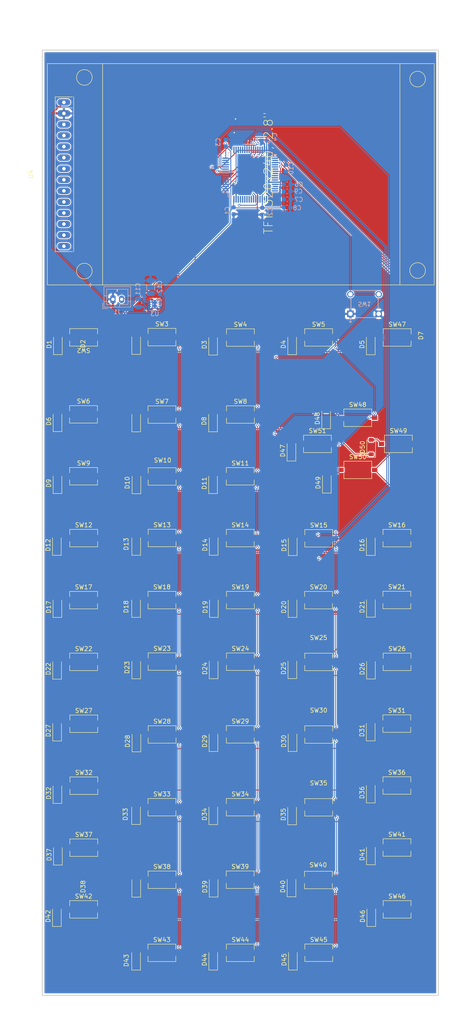
<source format=kicad_pcb>
(kicad_pcb (version 20240108) (generator "pcbnew") (generator_version "8.0")
  (layers (0 "F.Cu" signal) (31 "B.Cu" signal) (34 "B.Paste" user) (35 "F.Paste" user) (36 "B.SilkS" user "B.Silkscreen") (37 "F.SilkS" user "F.Silkscreen") (38 "B.Mask" user) (39 "F.Mask" user) (44 "Edge.Cuts" user))
  (net 0 "")
  (net 1 "Net-(U1-NRST)")
  (net 2 "GND")
  (net 4 "/SCREEN_RST")
  (net 5 "VDD")
  (net 10 "/IO_DC")
  (net 11 "/SPI3_MOSI")
  (net 12 "/TS_CK")
  (net 15 "/TS_CS")
  (net 16 "/SPI_MISO")
  (net 20 "Net-(U1-BOOT0)")
  (net 22 "/IO_LED")
  (net 28 "/SPI_CS")
  (net 31 "/TS_MOSI")
  (net 35 "/TS_MISO")
  (net 36 "Net-(U1-PC0)")
  (net 38 "/SPI3_SCK")
  (net 42 "+BATT")
  (net 43 "Net-(U3-LX2)")
  (net 45 "Net-(U3-LX1)")
  (net 46 "Net-(U3-CFG1)")
  (net 49 "/r1")
  (net 50 "/r2")
  (net 51 "/r3")
  (net 52 "/r4")
  (net 53 "/r5")
  (net 54 "/r6")
  (net 55 "/r7")
  (net 56 "/r8")
  (net 57 "/r9")
  (net 58 "/r10")
  (net 59 "Net-(D47-A)")
  (net 60 "Net-(D1-A)")
  (net 61 "Net-(D48-A)")
  (net 62 "Net-(D2-A)")
  (net 63 "Net-(D49-A)")
  (net 64 "Net-(D3-A)")
  (net 65 "Net-(D4-A)")
  (net 66 "Net-(D6-A)")
  (net 67 "Net-(D7-A)")
  (net 68 "Net-(D8-A)")
  (net 69 "Net-(D9-A)")
  (net 70 "Net-(D10-A)")
  (net 71 "Net-(D11-A)")
  (net 72 "Net-(D12-A)")
  (net 73 "Net-(D13-A)")
  (net 74 "Net-(D14-A)")
  (net 75 "Net-(D15-A)")
  (net 76 "Net-(D16-A)")
  (net 77 "Net-(D17-A)")
  (net 78 "Net-(D18-A)")
  (net 79 "Net-(D19-A)")
  (net 80 "Net-(D20-A)")
  (net 81 "Net-(D21-A)")
  (net 82 "Net-(D22-A)")
  (net 83 "Net-(D23-A)")
  (net 84 "Net-(D24-A)")
  (net 85 "Net-(D25-A)")
  (net 86 "Net-(D26-A)")
  (net 87 "Net-(D32-A)")
  (net 88 "Net-(D33-A)")
  (net 89 "Net-(D34-A)")
  (net 90 "Net-(D35-A)")
  (net 91 "Net-(D36-A)")
  (net 92 "Net-(D37-A)")
  (net 93 "Net-(D38-A)")
  (net 94 "Net-(D39-A)")
  (net 95 "Net-(D40-A)")
  (net 96 "Net-(D41-A)")
  (net 97 "Net-(D42-A)")
  (net 98 "Net-(D43-A)")
  (net 99 "Net-(D44-A)")
  (net 100 "Net-(D45-A)")
  (net 101 "Net-(D46-A)")
  (net 102 "Net-(D5-A)")
  (net 103 "Net-(D50-A)")
  (net 104 "/c1")
  (net 105 "/c2")
  (net 106 "/c3")
  (net 107 "/c4")
  (net 108 "/c5")
  (net 109 "Net-(D27-A)")
  (net 110 "Net-(D28-A)")
  (net 111 "Net-(D29-A)")
  (net 112 "Net-(D30-A)")
  (net 113 "Net-(D31-A)")
  (footprint "Button_Switch_SMD:SW_Tactile_SPST_NO_Straight_CK_PTS636Sx25SMTRLFS" (layer "F.Cu") (at 283 297.92)
    (property "Reference" "SW44")
    (property "Value" ".")
  )
  (footprint "Diode_SMD:D_SOD-123" (layer "F.Cu") (at 276.92 218.56 90)
    (property "Reference" "D19")
    (property "Value" "D")
  )
  (footprint "Button_Switch_SMD:SW_Tactile_SPST_NO_Straight_CK_PTS636Sx25SMTRLFS" (layer "F.Cu") (at 282.98 202.7225)
    (property "Reference" "SW14")
    (property "Value" "PRGM")
  )
  (footprint "Diode_SMD:D_SOD-123" (layer "F.Cu") (at 276.73 175.9575 90)
    (property "Reference" "D8")
    (property "Value" "D")
  )
  (footprint "Button_Switch_SMD:SW_Tactile_SPST_NO_Straight_CK_PTS636Sx25SMTRLFS" (layer "F.Cu") (at 264.99 156.59)
    (property "Reference" "SW3")
    (property "Value" "WINDOW")
  )
  (footprint "Button_Switch_SMD:SW_Tactile_SPST_NO_Straight_CK_PTS636Sx25SMTRLFS" (layer "F.Cu") (at 246.985 188.53)
    (property "Reference" "SW9")
    (property "Value" "ALPHA")
  )
  (footprint "Button_Switch_SMD:SW_Tactile_SPST_NO_Straight_CK_PTS636Sx25SMTRLFS" (layer "F.Cu") (at 283.03 174.3575)
    (property "Reference" "SW8")
    (property "Value" "DEL")
  )
  (footprint "Diode_SMD:D_SOD-123" (layer "F.Cu") (at 295 218.5675 90)
    (property "Reference" "D20")
    (property "Value" "D")
  )
  (footprint "Diode_SMD:D_SOD-123" (layer "F.Cu") (at 294.77 282.71 90)
    (property "Reference" "D40")
    (property "Value" "D")
  )
  (footprint "Button_Switch_SMD:SW_Tactile_SPST_NO_Straight_CK_PTS636Sx25SMTRLFS" (layer "F.Cu") (at 265 216.96)
    (property "Reference" "SW18")
    (property "Value" "SIN")
  )
  (footprint "Button_Switch_SMD:SW_Tactile_SPST_NO_Straight_CK_PTS636Sx25SMTRLFS" (layer "F.Cu") (at 264.995 174.37)
    (property "Reference" "SW7")
    (property "Value" "MODE")
  )
  (footprint "Button_Switch_SMD:SW_Tactile_SPST_NO_Straight_CK_PTS636Sx25SMTRLFS" (layer "F.Cu") (at 264.995 264.4975)
    (property "Reference" "SW33")
    (property "Value" "4")
  )
  (footprint "Diode_SMD:D_SOD-123" (layer "F.Cu") (at 294.75 182.675 90)
    (property "Reference" "D47")
    (property "Value" "D")
  )
  (footprint "Diode_SMD:D_SOD-123" (layer "F.Cu") (at 276.775 299.52 90)
    (property "Reference" "D44")
    (property "Value" "D")
  )
  (footprint "Button_Switch_SMD:SW_Tactile_SPST_NO_Straight_CK_PTS636Sx25SMTRLFS" (layer "F.Cu") (at 247.01 202.72)
    (property "Reference" "SW12")
    (property "Value" "MATH")
  )
  (footprint "Button_Switch_SMD:SW_Tactile_SPST_NO_Straight_CK_PTS636Sx25SMTRLFS" (layer "F.Cu") (at 265.01 281.155)
    (property "Reference" "SW38")
    (property "Value" "1")
  )
  (footprint "Diode_SMD:D_SOD-123" (layer "F.Cu") (at 240.835 204.32 90)
    (property "Reference" "D12")
    (property "Value" "D")
  )
  (footprint "Button_Switch_SMD:SW_Tactile_SPST_NO_Straight_CK_PTS636Sx25SMTRLFS" (layer "F.Cu") (at 265.025 247.8)
    (property "Reference" "SW28")
    (property "Value" "7")
  )
  (footprint "Diode_SMD:D_SOD-123" (layer "F.Cu") (at 302.725 175.25 90)
    (property "Reference" "D48")
    (property "Value" "D")
  )
  (footprint "Diode_SMD:D_SOD-123" (layer "F.Cu") (at 312.98 204.3375 90)
    (property "Reference" "D16")
    (property "Value" "D")
  )
  (footprint "Diode_SMD:D_SOD-123" (layer "F.Cu") (at 259.05 218.56 90)
    (property "Reference" "D18")
    (property "Value" "D")
  )
  (footprint "Diode_SMD:D_SOD-123" (layer "F.Cu") (at 240.9 246.94 90)
    (property "Reference" "D27")
    (property "Value" "D")
  )
  (footprint "Diode_SMD:D_SOD-123" (layer "F.Cu") (at 313.075 181.825 90)
    (property "Reference" "D50")
    (property "Value" "D")
  )
  (footprint "Diode_SMD:D_SOD-123" (layer "F.Cu") (at 259.125 249.425 90)
    (property "Reference" "D28")
    (property "Value" "D")
  )
  (footprint "Diode_SMD:D_SOD-123" (layer "F.Cu") (at 295.08 299.51 90)
    (property "Reference" "D45")
    (property "Value" "D")
  )
  (footprint "Button_Switch_SMD:SW_Tactile_SPST_NO_Straight_CK_PTS636Sx25SMTRLFS" (layer "F.Cu") (at 319.05 156.67)
    (property "Reference" "SW47")
    (property "Value" "GRAPH")
  )
  (footprint "Diode_SMD:D_SOD-123" (layer "F.Cu") (at 240.985 190.13 90)
    (property "Reference" "D9")
    (property "Value" "D")
  )
  (footprint "Button_Switch_SMD:SW_Tactile_SPST_NO_Straight_CK_PTS636Sx25SMTRLFS" (layer "F.Cu") (at 282.98 188.5375)
    (property "Reference" "SW11")
    (property "Value" "STAT")
  )
  (footprint "Diode_SMD:D_SOD-123" (layer "F.Cu") (at 259.085 282.78 90)
    (property "Reference" "D38")
    (property "Value" "D")
  )
  (footprint "Diode_SMD:D_SOD-123" (layer "F.Cu") (at 313.02 232.71 90)
    (property "Reference" "D26")
    (property "Value" "D")
  )
  (footprint "Diode_SMD:D_SOD-123" (layer "F.Cu") (at 240.99 175.915 90)
    (property "Reference" "D6")
    (property "Value" "D")
  )
  (footprint "Diode_SMD:D_SOD-123" (layer "F.Cu") (at 276.745 158.34 90)
    (property "Reference" "D3")
    (property "Value" "D")
  )
  (footprint "Button_Switch_SMD:SW_Tactile_SPST_NO_Straight_CK_PTS636Sx25SMTRLFS" (layer "F.Cu") (at 247.03 273.79)
    (property "Reference" "SW37")
    (property "Value" "STO" (hide yes))
  )
  (footprint "Button_Switch_SMD:SW_Tactile_SPST_NO_Straight_CK_PTS636Sx25SMTRLFS" (layer "F.Cu") (at 246.965 174.315)
    (property "Reference" "SW6")
    (property "Value" "2ND")
  )
  (footprint "Button_Switch_SMD:SW_Tactile_SPST_NO_Straight_CK_PTS636Sx25SMTRLFS" (layer "F.Cu") (at 264.975 297.93)
    (property "Reference" "SW43")
    (property "Value" "0")
  )
  (footprint "Button_Switch_SMD:SW_Tactile_SPST_NO_Straight_CK_PTS636Sx25SMTRLFS" (layer "F.Cu") (at 318.96 245.31)
    (property "Reference" "SW31")
    (property "Value" "MULITPLY")
  )
  (footprint "Diode_SMD:D_SOD-123" (layer "F.Cu") (at 259.13 190.1775 90)
    (property "Reference" "D10")
    (property "Value" "D")
  )
  (footprint "Button_Switch_SMD:SW_Tactile_SPST_NO_Straight_CK_PTS636Sx25SMTRLFS" (layer "F.Cu") (at 318.975 259.52)
    (property "Reference" "SW36")
    (property "Value" "SUBTRACT")
  )
  (footprint "Diode_SMD:D_SOD-123" (layer "F.Cu") (at 240.965 218.57 90)
    (property "Reference" "D17")
    (property "Value" "D")
  )
  (footprint "Diode_SMD:D_SOD-123" (layer "F.Cu") (at 276.785 266.125 90)
    (property "Reference" "D34")
    (property "Value" "D")
  )
  (footprint "Diode_SMD:D_SOD-123" (layer "F.Cu") (at 313 218.51 90)
    (property "Reference" "D21")
    (property "Value" "D")
  )
  (footprint "Button_Switch_SMD:SW_Tactile_SPST_NO_Straight_CK_PTS636Sx25SMTRLFS" (layer "F.Cu") (at 247 231.14)
    (property "Reference" "SW22")
    (property "Value" "X^2")
  )
  (footprint "Diode_SMD:D_SOD-123" (layer "F.Cu") (at 259.05 299.53 90)
    (property "Reference" "D43")
    (property "Value" "D")
  )
  (footprint "Button_Switch_SMD:SW_Tactile_SPST_NO_Straight_CK_PTS636Sx25SMTRLFS" (layer "F.Cu") (at 265.025 231.07)
    (property "Reference" "SW23")
    (property "Value" ",")
  )
  (footprint "Button_Switch_SMD:SW_Tactile_SPST_NO_Straight_CK_PTS636Sx25SMTRLFS" (layer "F.Cu") (at 309.975 175.1)
    (property "Reference" "SW48")
    (property "Value" "UP")
  )
  (footprint "Diode_SMD:D_SOD-123" (layer "F.Cu") (at 313 275.35 90)
    (property "Reference" "D41")
    (property "Value" "D")
  )
  (footprint "Button_Switch_SMD:SW_Tactile_SPST_NO_Straight_CK_PTS636Sx25SMTRLFS" (layer "F.Cu") (at 265.025 202.7)
    (property "Reference" "SW13")
    (property "Value" "APPS")
  )
  (footprint "Diode_SMD:D_SOD-123" (layer "F.Cu") (at 259.07 175.97 90)
    (property "Reference" "D7")
    (property "Value" "D")
  )
  (footprint "Diode_SMD:D_SOD-123" (layer "F.Cu") (at 240.84 289.525 90)
    (property "Reference" "D42")
    (property "Value" "D")
  )
  (footprint "Diode_SMD:D_SOD-123" (layer "F.Cu") (at 259.075 204.3 90)
    (property "Reference" "D13")
    (property "Value" "D")
  )
  (footprint "Button_Switch_SMD:SW_Tactile_SPST_NO_Straight_CK_PTS636Sx25SMTRLFS" (layer "F.Cu") (at 300.975 216.9675)
    (property "Reference" "SW20")
    (property "Value" "TAN")
  )
  (footprint "Button_Switch_SMD:SW_Tactile_SPST_NO_Straight_CK_PTS636Sx25SMTRLFS" (layer "F.Cu") (at 318.975 216.935)
    (property "Reference" "SW21")
    (property "Value" "^")
  )
  (footprint "Diode_SMD:D_SOD-123" (layer "F.Cu") (at 312.975 158.27 90)
    (property "Reference" "D5")
    (property "Value" "D")
  )
  (footprint "Diode_SMD:D_SOD-123" (layer "F.Cu") (at 276.865 282.765 90)
    (property "Reference" "D39")
    (property "Value" "D")
  )
  (footprint "Button_Switch_SMD:SW_Tactile_SPST_NO_Straight_CK_PTS636Sx25SMTRLFS" (layer "F.Cu") (at 319.03 287.95)
    (property "Reference" "SW46")
    (property "Value" "ENTER")
  )
  (footprint "Diode_SMD:D_SOD-123" (layer "F.Cu") (at 259.045 266.0975 90)
    (property "Reference" "D33")
    (property "Value" "D")
  )
  (footprint "Diode_SMD:D_SOD-123" (layer "F.Cu") (at 259.065 158.19 90)
    (property "Reference" "D2")
    (property "Value" "D")
  )
  (footprint "Diode_SMD:D_SOD-123" (layer "F.Cu") (at 295.045 204.37 90)
    (property "Reference" "D15")
    (property "Value" "D")
  )
  (footprint "Button_Switch_SMD:SW_Tactile_SPST_NO_Straight_CK_PTS636Sx25SMTRLFS" (layer "F.Cu") (at 247.045 259.56)
    (property "Reference" "SW32")
    (property "Value" "IN")
  )
  (footprint "Button_Switch_SMD:SW_Tactile_SPST_NO_Straight_CK_PTS636Sx25SMTRLFS" (layer "F.Cu") (at 283.02 216.96)
    (property "Reference" "SW19")
    (property "Value" "COS")
  )
  (footprint "Diode_SMD:D_SOD-123" (layer "F.Cu") (at 302.875 190.025 90)
    (property "Reference" "D49")
    (property "Value" "D")
  )
  (footprint "Diode_SMD:D_SOD-123" (layer "F.Cu") (at 294.955 232.62 90)
    (property "Reference" "D25")
    (property "Value" "D")
  )
  (footprint "Button_Switch_SMD:SW_Tactile_SPST_NO_Straight_CK_PTS636Sx25SMTRLFS" (layer "F.Cu") (at 301.01 264.53)
    (property "Reference" "SW35")
    (property "Value" "6")
  )
  (footprint "Button_Switch_SMD:SW_Tactile_SPST_NO_Straight_CK_PTS636Sx25SMTRLFS" (layer "F.Cu") (at 246.99 216.97)
    (property "Reference" "SW17")
    (property "Value" "X^-1")
  )
  (footprint "Diode_SMD:D_SOD-123" (layer "F.Cu") (at 313.105 289.525 90)
    (property "Reference" "D46")
    (property "Value" "D")
  )
  (footprint "Button_Switch_SMD:SW_Tactile_SPST_NO_Straight_CK_PTS636Sx25SMTRLFS" (layer "F.Cu") (at 265.03 188.5775)
    (property "Reference" "SW10")
    (property "Value" "XT0N")
  )
  (footprint "Diode_SMD:D_SOD-123" (layer "F.Cu") (at 240.97 261.27 90)
    (property "Reference" "D32")
    (property "Value" "D")
  )
  (footprint "Button_Switch_SMD:SW_Tactile_SPST_NO_Straight_CK_PTS636Sx25SMTRLFS" (layer "F.Cu") (at 310 187.075)
    (property "Reference" "SW50")
    (property "Value" "DOWN")
  )
  (footprint "Diode_SMD:D_SOD-123" (layer "F.Cu") (at 241.07 158.25 90)
    (property "Reference" "D1")
    (property "Value" "D")
  )
  (footprint "Diode_SMD:D_SOD-123" (layer "F.Cu") (at 312.975 261.145 90)
    (property "Reference" "D36")
    (property "Value" "D")
  )
  (footprint "Button_Switch_SMD:SW_Tactile_SPST_NO_Straight_CK_PTS636Sx25SMTRLFS" (layer "F.Cu") (at 319 273.75)
    (property "Reference" "SW41")
    (property "Value" "ADD")
  )
  (footprint "Button_Switch_SMD:SW_Tactile_SPST_NO_Straight_CK_PTS636Sx25SMTRLFS" (layer "F.Cu") (at 283 247.78)
    (property "Reference" "SW29")
    (property "Value" "8")
  )
  (footprint "Button_Switch_SMD:SW_Tactile_SPST_NO_Straight_CK_PTS636Sx25SMTRLFS" (layer "F.Cu") (at 319.02 231.135)
    (property "Reference" "SW26")
    (property "Value" "DIVIDE")
  )
  (footprint "Button_Switch_SMD:SW_Tactile_SPST_NO_Straight_CK_PTS636Sx25SMTRLFS" (layer "F.Cu") (at 300.945 281.21)
    (property "Reference" "SW40")
    (property "Value" "3")
  )
  (footprint "Diode_SMD:D_SOD-123" (layer "F.Cu") (at 312.96 246.91 90)
    (property "Reference" "D31")
    (property "Value" "D")
  )
  (footprint "Diode_SMD:D_SOD-123" (layer "F.Cu") (at 276.73 190.1375 90)
    (property "Reference" "D11")
    (property "Value" "D")
  )
  (footprint "Button_Switch_SMD:SW_Tactile_SPST_NO_Straight_CK_PTS636Sx25SMTRLFS" (layer "F.Cu") (at 283.015 231.0975)
    (property "Reference" "SW24")
    (property "Value" "(")
  )
  (footprint "Button_Switch_SMD:SW_Tactile_SPST_NO_Straight_CK_PTS636Sx25SMTRLFS" (layer "F.Cu") (at 246.99 287.95)
    (property "Reference" "SW42")
    (property "Value" "ON")
  )
  (footprint "Button_Switch_SMD:SW_Tactile_SPST_NO_Straight_CK_PTS636Sx25SMTRLFS" (layer "F.Cu") (at 301.015 247.82)
    (property "Reference" "SW30")
    (property "Value" "9")
  )
  (footprint "Diode_SMD:D_SOD-123" (layer "F.Cu") (at 294.9 266.17 90)
    (property "Reference" "D35")
    (property "Value" "D")
  )
  (footprint "Button_Switch_SMD:SW_Tactile_SPST_NO_Straight_CK_PTS636Sx25SMTRLFS" (layer "F.Cu") (at 246.995 156.65 180)
    (property "Reference" "SW2")
    (property "Value" "Y=")
  )
  (footprint "Diode_SMD:D_SOD-123" (layer "F.Cu") (at 276.825 249.355 90)
    (property "Reference" "D29")
    (property "Value" "D")
  )
  (footprint "Button_Switch_SMD:SW_Tactile_SPST_NO_Straight_CK_PTS636Sx25SMTRLFS" (layer "F.Cu") (at 282.965 281.14)
    (property "Reference" "SW39")
    (property "Value" "2")
  )
  (footprint "Button_Switch_SMD:SW_Tactile_SPST_NO_Straight_CK_PTS636Sx25SMTRLFS" (layer "F.Cu") (at 300.99 156.66)
    (property "Reference" "SW5")
    (property "Value" "TRACE")
  )
  (footprint "Button_Switch_SMD:SW_Tactile_SPST_NO_Straight_CK_PTS636Sx25SMTRLFS" (layer "F.Cu") (at 282.985 264.5)
    (property "Reference" "SW34")
    (property "Value" "5")
  )
  (footprint "Button_Switch_SMD:SW_Tactile_SPST_NO_Straight_CK_PTS636Sx25SMTRLFS" (layer "F.Cu") (at 300.995 231.15)
    (property "Reference" "SW25")
    (property "Value" ")")
  )
  (footprint "Diode_SMD:D_SOD-123" (layer "F.Cu") (at 295 249.35 90)
    (property "Reference" "D30")
    (property "Value" "D")
  )
  (footprint "Button_Switch_SMD:SW_Tactile_SPST_NO_Straight_CK_PTS636Sx25SMTRLFS" (layer "F.Cu") (at 283.02 156.69)
    (property "Reference" "SW4")
    (property "Value" "ZOOM")
  )
  (footprint "Button_Switch_SMD:SW_Tactile_SPST_NO_Straight_CK_PTS636Sx25SMTRLFS" (layer "F.Cu") (at 247.025 245.34)
    (property "Reference" "SW27")
    (property "Value" "LOG")
  )
  (footprint "Diode_SMD:D_SOD-123" (layer "F.Cu") (at 240.9 232.74 90)
    (property "Reference" "D22")
    (property "Value" "D")
  )
  (footprint "Diode_SMD:D_SOD-123" (layer "F.Cu") (at 259.075 232.67 90)
    (property "Reference" "D23")
    (property "Value" "D")
  )
  (footprint "Diode_SMD:D_SOD-123" (layer "F.Cu") (at 276.865 232.6475 90)
    (property "Reference" "D24")
    (property "Value" "D")
  )
  (footprint "Button_Switch_SMD:SW_Tactile_SPST_NO_Straight_CK_PTS636Sx25SMTRLFS" (layer "F.Cu") (at 301.02 202.77)
    (property "Reference" "SW15")
    (property "Value" "VARS")
  )
  (footprint "Button_Switch_SMD:SW_Tactile_SPST_NO_Straight_CK_PTS636Sx25SMTRLFS" (layer "F.Cu") (at 319.325 181.1)
    (property "Reference" "SW49")
    (property "Value" "RIGHT")
  )
  (footprint "footprint:TFT-320x240" (layer "F.Cu") (at 242.46 119.2 -90)
    (property "Reference" "U4")
    (property "Value" "TFT_320x240")
  )
  (footprint "Diode_SMD:D_SOD-123" (layer "F.Cu") (at 276.88 204.2975 90)
    (property "Reference" "D14")
    (property "Value" "D")
  )
  (footprint "Button_Switch_SMD:SW_Tactile_SPST_NO_Straight_CK_PTS636Sx25SMTRLFS" (layer "F.Cu") (at 300.725 181.1)
    (property "Reference" "SW51")
    (property "Value" "LEFT")
  )
  (footprint "Diode_SMD:D_SOD-123" (layer "F.Cu") (at 241.08 275.415 90)
    (property "Reference" "D37")
    (property "Value" "D")
  )
  (footprint "Button_Switch_SMD:SW_Tactile_SPST_NO_Straight_CK_PTS636Sx25SMTRLFS" (layer "F.Cu") (at 318.99 202.73)
    (property "Reference" "SW16")
    (property "Value" "CLEAR")
  )
  (footprint "Button_Switch_SMD:SW_Tactile_SPST_NO_Straight_CK_PTS636Sx25SMTRLFS" (layer "F.Cu") (at 301.03 297.91)
    (property "Reference" "SW45")
    (property "Value" "(-)")
  )
  (footprint "Diode_SMD:D_SOD-123" (layer "F.Cu") (at 294.915 158.26 90)
    (property "Reference" "D4")
    (property "Value" "D" (hide yes))
  )
  (footprint "Capacitor_SMD:C_0603_1608Metric" (layer "B.Cu") (at 289.055 110.695 90)
    (property "Reference" "C4")
    (property "Value" "100 nF")
  )
  (footprint "Capacitor_SMD:C_0805_2012Metric" (layer "B.Cu") (at 259.575 148.7 90)
    (property "Reference" "C11")
    (property "Value" "10u")
  )
  (footprint "Package_SON:WSON-10-1EP_2.5x2.5mm_P0.5mm_EP1.2x2mm_ThermalVias" (layer "B.Cu") (at 263.3375 149.05)
    (property "Reference" "U3")
    (property "Value" "TPS63900")
  )
  (footprint "Capacitor_SMD:C_0603_1608Metric" (layer "B.Cu") (at 288.055 127.695 -90)
    (property "Reference" "C2")
    (property "Value" "100 nF")
  )
  (footprint "Capacitor_SMD:C_0603_1608Metric" (layer "B.Cu") (at 279.655 112.02 90)
    (property "Reference" "C3")
    (property "Value" "100 nF")
  )
  (footprint "footprint:SW4_1825910-B_TEC" (layer "B.Cu") (at 314.8 146.7394)
    (property "Reference" "SW1")
    (property "Value" "SW_Push")
  )
  (footprint "Capacitor_SMD:C_0603_1608Metric" (layer "B.Cu") (at 293.48 117.795 90)
    (property "Reference" "C10")
    (property "Value" "0.1u")
  )
  (footprint "Capacitor_SMD:C_0603_1608Metric" (layer "B.Cu") (at 293.78 121.52)
    (property "Reference" "C6")
    (property "Value" "10n")
  )
  (footprint "Capacitor_SMD:C_1206_3216Metric" (layer "B.Cu") (at 262.4 145.075 -90)
    (property "Reference" "C12")
    (property "Value" "22u")
  )
  (footprint "Capacitor_SMD:C_0603_1608Metric" (layer "B.Cu") (at 281.455 127.595 -90)
    (property "Reference" "C1")
    (property "Value" "100 nF")
  )
  (footprint "Connector_JST:JST_PH_B2B-PH-K_1x02_P2.00mm_Vertical" (layer "B.Cu") (at 253.725 147.9)
    (property "Reference" "J1")
    (property "Value" "Conn_01x02")
  )
  (footprint "Package_QFP:LQFP-64_10x10mm_P0.5mm" (layer "B.Cu") (at 285.28 119.27 180)
    (property "Reference" "U1")
    (property "Value" "STM32L471RGTx")
  )
  (footprint "Capacitor_SMD:C_0603_1608Metric" (layer "B.Cu") (at 264.5 145.875 90)
    (property "Reference" "C5")
    (property "Value" "4.7u")
  )
  (footprint "Capacitor_SMD:C_0603_1608Metric" (layer "B.Cu") (at 293.73 126.82)
    (property "Reference" "C8")
    (property "Value" "1u")
  )
  (footprint "Capacitor_SMD:C_0603_1608Metric" (layer "B.Cu") (at 293.73 123.12)
    (property "Reference" "C9")
    (property "Value" "100n")
  )
  (footprint "Capacitor_SMD:C_0603_1608Metric" (layer "B.Cu") (at 293.78 124.92)
    (property "Reference" "C7")
    (property "Value" "1u")
  )
  (gr_rect (start 237.5 90.7) (end 328.5 307.71) (stroke (width 0.2)) (fill none) (layer "Edge.Cuts"))
  (segment (start 293.48 118.57) (end 291.005 118.57) (width 0.2) (layer "B.Cu") (net 1))
  (segment (start 308.299999 133.389999) (end 293.48 118.57) (width 0.2) (layer "B.Cu") (net 1))
  (segment (start 291.005 118.57) (end 290.955 118.52) (width 0.2) (layer "B.Cu") (net 1))
  (segment (start 314.8 146.7394) (end 308.299999 146.7394) (width 0.2) (layer "B.Cu") (net 1))
  (segment (start 308.299999 146.7394) (end 308.299999 133.389999) (width 0.2) (layer "B.Cu") (net 1))
  (segment (start 281.6 109.65) (end 281.6 109.45) (width 0.2) (layer "F.Cu") (net 2))
  (segment (start 281.9 109.15) (end 281.9 106.5) (width 0.2) (layer "F.Cu") (net 2))
  (segment (start 281.6 109.45) (end 281.9 109.15) (width 0.2) (layer "F.Cu") (net 2))
  (via (at 281.6 109.65) (size 0.6) (drill 0.3) (layers "F.Cu" "B.Cu") (net 2))
  (via (at 281.9 106.5) (size 0.6) (drill 0.3) (layers "F.Cu" "B.Cu") (net 2))
  (segment (start 281.25 109.65) (end 281.6 109.65) (width 0.2) (layer "B.Cu") (net 2))
  (segment (start 279.655 111.245) (end 281.25 109.65) (width 0.2) (layer "B.Cu") (net 2))
  (segment (start 279.605 117.02) (end 280.41241 117.02) (width 0.2) (layer "B.Cu") (net 4))
  (via (at 279.655 112.195) (size 0.6) (drill 0.3) (layers "F.Cu" "B.Cu") (net 5))
  (segment (start 264.55 146.7) (end 264.5 146.65) (width 0.2) (layer "B.Cu") (net 5))
  (segment (start 288.03 124.03759) (end 288.03 124.945) (width 0.2) (layer "B.Cu") (net 5))
  (segment (start 288.055 126.92) (end 281.555 126.92) (width 0.2) (layer "B.Cu") (net 5))
  (segment (start 292.955 124.97) (end 293.005 124.92) (width 0.2) (layer "B.Cu") (net 5))
  (segment (start 288.055 125.145) (end 288.08 125.12) (width 0.2) (layer "B.Cu") (net 5))
  (segment (start 264.55 148.05) (end 264.55 146.7) (width 0.2) (layer "B.Cu") (net 5))
  (segment (start 293.005 124.92) (end 293.005 123.17) (width 0.2) (layer "B.Cu") (net 5))
  (segment (start 281.555 126.92) (end 281.455 126.82) (width 0.2) (layer "B.Cu") (net 5))
  (segment (start 292.955 126.82) (end 292.38 126.82) (width 0.2) (layer "B.Cu") (net 5))
  (segment (start 280.81241 127.46259) (end 280.68 127.595) (width 0.2) (layer "B.Cu") (net 5))
  (segment (start 289.055 113.57) (end 289.03 113.595) (width 0.2) (layer "B.Cu") (net 5))
  (segment (start 254.877208 150.925) (end 264.601886 150.925) (width 0.2) (layer "B.Cu") (net 5))
  (segment (start 242.46 102.69) (end 239.86 105.29) (width 0.2) (layer "B.Cu") (net 5))
  (segment (start 279.655 115.47) (end 279.605 115.52) (width 0.2) (layer "B.Cu") (net 5))
  (segment (start 280.68 130.47) (end 280.68 127.595) (width 0.2) (layer "B.Cu") (net 5))
  (segment (start 280.81241 113.95241) (end 280.81241 127.46259) (width 0.2) (layer "B.Cu") (net 5))
  (segment (start 279.655 112.795) (end 280.81241 113.95241) (width 0.2) (layer "B.Cu") (net 5))
  (segment (start 281.455 125.02) (end 281.53 124.945) (width 0.2) (layer "B.Cu") (net 5))
  (segment (start 279.655 112.795) (end 279.655 115.47) (width 0.2) (layer "B.Cu") (net 5))
  (segment (start 239.86 105.29) (end 239.86 135.907792) (width 0.2) (layer "B.Cu") (net 5))
  (segment (start 279.655 112.795) (end 279.655 112.195) (width 0.2) (layer "B.Cu") (net 5))
  (segment (start 280.68 127.595) (end 281.455 126.82) (width 0.2) (layer "B.Cu") (net 5))
  (segment (start 292.955 123.12) (end 292.955 121.57) (width 0.2) (layer "B.Cu") (net 5))
  (segment (start 289.055 111.47) (end 289.055 113.57) (width 0.2) (layer "B.Cu") (net 5))
  (segment (start 264.5 146.65) (end 280.68 130.47) (width 0.2) (layer "B.Cu") (net 5))
  (segment (start 292.28 126.92) (end 288.055 126.92) (width 0.2) (layer "B.Cu") (net 5))
  (segment (start 288.055 126.92) (end 288.055 125.145) (width 0.2) (layer "B.Cu") (net 5))
  (segment (start 262.4 146.55) (end 264.4 146.55) (width 0.2) (layer "B.Cu") (net 5))
  (segment (start 265.2625 147.4125) (end 264.5 146.65) (width 0.2) (layer "B.Cu") (net 5))
  (segment (start 292.955 126.82) (end 292.955 126.22) (width 0.2) (layer "B.Cu") (net 5))
  (segment (start 281.455 126.82) (end 281.455 125.02) (width 0.2) (layer "B.Cu") (net 5))
  (segment (start 293.005 123.17) (end 292.955 123.12) (width 0.2) (layer "B.Cu") (net 5))
  (segment (start 265.2625 150.264386) (end 265.2625 147.4125) (width 0.2) (layer "B.Cu") (net 5))
  (segment (start 239.86 135.907792) (end 254.877208 150.925) (width 0.2) (layer "B.Cu") (net 5))
  (segment (start 264.601886 150.925) (end 265.2625 150.264386) (width 0.2) (layer "B.Cu") (net 5))
  (segment (start 292.955 126.22) (end 292.955 124.97) (width 0.2) (layer "B.Cu") (net 5))
  (segment (start 292.955 121.57) (end 293.005 121.52) (width 0.2) (layer "B.Cu") (net 5))
  (segment (start 292.38 126.82) (end 292.28 126.92) (width 0.2) (layer "B.Cu") (net 5))
  (segment (start 289.055 123.01259) (end 288.03 124.03759) (width 0.2) (layer "B.Cu") (net 5))
  (segment (start 289.055 111.47) (end 289.055 123.01259) (width 0.2) (layer "B.Cu") (net 5))
  (segment (start 291.405 121.52) (end 291.355 121.57) (width 0.2) (layer "B.Cu") (net 5))
  (segment (start 293.005 121.52) (end 291.405 121.52) (width 0.2) (layer "B.Cu") (net 5))
  (via (at 282.725 126.32) (size 0.6) (drill 0.3) (layers "F.Cu" "B.Cu") (net 12))
  (segment (start 286.98 123.956218) (end 286.98 125.80241) (width 0.2) (layer "B.Cu") (net 12))
  (segment (start 286.98 125.80241) (end 286.46241 126.32) (width 0.2) (layer "B.Cu") (net 12))
  (segment (start 287.03 124.945) (end 287.03 124.006218) (width 0.2) (layer "B.Cu") (net 12))
  (segment (start 287.03 124.006218) (end 286.93 123.906218) (width 0.2) (layer "B.Cu") (net 12))
  (segment (start 286.93 123.906218) (end 286.98 123.956218) (width 0.2) (layer "B.Cu") (net 12))
  (segment (start 286.46241 126.32) (end 282.725 126.32) (width 0.2) (layer "B.Cu") (net 12))
  (segment (start 283.05 113.615) (end 283.03 113.595) (width 0.2) (layer "B.Cu") (net 16))
  (segment (start 279.585 119.5) (end 279.605 119.52) (width 0.2) (layer "B.Cu") (net 22))
  (segment (start 242.66 107.77) (end 242.19939 107.77) (width 0.2) (layer "B.Cu") (net 28))
  (segment (start 242.46 107.77) (end 242.66 107.77) (width 0.2) (layer "B.Cu") (net 28))
  (segment (start 285.76241 123.87) (end 286.03 124.13759) (width 0.2) (layer "B.Cu") (net 31))
  (segment (start 286.03 124.13759) (end 286.03 124.945) (width 0.2) (layer "B.Cu") (net 31))
  (segment (start 286.53 124.945) (end 286.53 124.071904) (width 0.2) (layer "B.Cu") (net 35))
  (segment (start 286.53 124.071904) (end 285.928096 123.47) (width 0.2) (layer "B.Cu") (net 35))
  (segment (start 264.075 150.525) (end 264.55 150.05) (width 0.2) (layer "B.Cu") (net 42))
  (segment (start 261.4125 150.264386) (end 261.673114 150.525) (width 0.2) (layer "B.Cu") (net 42))
  (segment (start 261.673114 150.525) (end 264.075 150.525) (width 0.2) (layer "B.Cu") (net 42))
  (segment (start 259.575 147.75) (end 261.4125 149.5875) (width 0.2) (layer "B.Cu") (net 42))
  (segment (start 259.575 147.75) (end 255.875 147.75) (width 0.2) (layer "B.Cu") (net 42))
  (segment (start 261.4125 149.5875) (end 261.4125 150.264386) (width 0.2) (layer "B.Cu") (net 42))
  (segment (start 255.875 147.75) (end 255.725 147.9) (width 0.2) (layer "B.Cu") (net 42))
  (segment (start 272.625 159.775) (end 272.625 130.175248) (width 0.2) (layer "F.Cu") (net 49))
  (segment (start 300.37 159.92) (end 312.975 159.92) (width 0.2) (layer "F.Cu") (net 49))
  (segment (start 300.3 159.85) (end 300.37 159.92) (width 0.2) (layer "F.Cu") (net 49))
  (segment (start 300.65 159.85) (end 300.3 159.85) (width 0.2) (layer "F.Cu") (net 49))
  (segment (start 276.65 159.9) (end 272.75 159.9) (width 0.2) (layer "F.Cu") (net 49))
  (segment (start 276.7 159.85) (end 276.65 159.9) (width 0.2) (layer "F.Cu") (net 49))
  (segment (start 264.59 159.84) (end 259.065 159.84) (width 0.2) (layer "F.Cu") (net 49))
  (segment (start 264.65 159.9) (end 264.59 159.84) (width 0.2) (layer "F.Cu") (net 49))
  (segment (start 272.625 130.175248) (end 281.750124 121.050124) (width 0.2) (layer "F.Cu") (net 49))
  (segment (start 272.75 159.9) (end 272.625 159.775) (width 0.2) (layer "F.Cu") (net 49))
  (segment (start 272.75 159.9) (end 264.65 159.9) (width 0.2) (layer "F.Cu") (net 49))
  (segment (start 259.065 159.84) (end 241.13 159.84) (width 0.2) (layer "F.Cu") (net 49))
  (segment (start 300.3 159.85) (end 276.7 159.85) (width 0.2) (layer "F.Cu") (net 49))
  (segment (start 241.13 159.84) (end 241.07 159.9) (width 0.2) (layer "F.Cu") (net 49))
  (via (at 281.750124 121.050124) (size 0.6) (drill 0.3) (layers "F.Cu" "B.Cu") (net 49))
  (segment (start 282.03 120.770248) (end 282.03 113.595) (width 0.2) (layer "B.Cu") (net 49))
  (segment (start 281.750124 121.050124) (end 282.03 120.770248) (width 0.2) (layer "B.Cu") (net 49))
  (segment (start 313.075 183.475) (end 309.3 183.475) (width 0.2) (layer "F.Cu") (net 50))
  (segment (start 276.73 177.6075) (end 291.425 177.6075) (width 0.2) (layer "F.Cu") (net 50))
  (segment (start 291.425 161.375) (end 291.225 161.175) (width 0.2) (layer "F.Cu") (net 50))
  (segment (start 259.095 177.595) (end 259.07 177.62) (width 0.2) (layer "F.Cu") (net 50))
  (segment (start 309.3 183.475) (end 302.725 176.9) (width 0.2) (layer "F.Cu") (net 50))
  (segment (start 291.225 165.4) (end 291.225 161.175) (width 0.2) (layer "F.Cu") (net 50))
  (segment (start 259.07 177.62) (end 276.7175 177.62) (width 0.2) (layer "F.Cu") (net 50))
  (segment (start 241.045 177.62) (end 240.99 177.565) (width 0.2) (layer "F.Cu") (net 50))
  (segment (start 259.07 177.62) (end 241.045 177.62) (width 0.2) (layer "F.Cu") (net 50))
  (segment (start 302.0175 177.6075) (end 302.725 176.9) (width 0.2) (layer "F.Cu") (net 50))
  (segment (start 302.725 176.9) (end 291.225 165.4) (width 0.2) (layer "F.Cu") (net 50))
  (segment (start 291.425 177.6075) (end 302.0175 177.6075) (width 0.2) (layer "F.Cu") (net 50))
  (segment (start 276.7175 177.62) (end 276.73 177.6075) (width 0.2) (layer "F.Cu") (net 50))
  (via (at 291.225 161.175) (size 0.6) (drill 0.3) (layers "F.Cu" "B.Cu") (net 50))
  (segment (start 284.53 111.985686) (end 284.53 113.595) (width 0.2) (layer "B.Cu") (net 50))
  (segment (start 289.528696 110.72) (end 285.795686 110.72) (width 0.2) (layer "B.Cu") (net 50))
  (segment (start 315.8493 147.174035) (end 315.8493 137.040604) (width 0.2) (layer "B.Cu") (net 50))
  (segment (start 291.225 161.175) (end 301.848335 161.175) (width 0.2) (layer "B.Cu") (net 50))
  (segment (start 315.8493 137.040604) (end 289.528696 110.72) (width 0.2) (layer "B.Cu") (net 50))
  (segment (start 301.848335 161.175) (end 315.8493 147.174035) (width 0.2) (layer "B.Cu") (net 50))
  (segment (start 285.795686 110.72) (end 284.53 111.985686) (width 0.2) (layer "B.Cu") (net 50))
  (segment (start 276.73 191.7875) (end 287.2875 191.7875) (width 0.2) (layer "F.Cu") (net 51))
  (segment (start 294.75 184.325) (end 294.75 182.55) (width 0.2) (layer "F.Cu") (net 51))
  (segment (start 302.875 191.675) (end 295.525 184.325) (width 0.2) (layer "F.Cu") (net 51))
  (segment (start 295.525 184.325) (end 294.75 184.325) (width 0.2) (layer "F.Cu") (net 51))
  (segment (start 241.0325 191.8275) (end 240.985 191.78) (width 0.2) (layer "F.Cu") (net 51))
  (segment (start 259.13 191.8275) (end 241.0325 191.8275) (width 0.2) (layer "F.Cu") (net 51))
  (segment (start 276.73 191.7875) (end 259.17 191.7875) (width 0.2) (layer "F.Cu") (net 51))
  (segment (start 294.75 182.55) (end 290.95 178.75) (width 0.2) (layer "F.Cu") (net 51))
  (segment (start 259.17 191.7875) (end 259.13 191.8275) (width 0.2) (layer "F.Cu") (net 51))
  (segment (start 287.2875 191.7875) (end 294.75 184.325) (width 0.2) (layer "F.Cu") (net 51))
  (via (at 290.95 178.75) (size 0.6) (drill 0.3) (layers "F.Cu" "B.Cu") (net 51))
  (segment (start 284.03 111.92) (end 284.03 113.595) (width 0.2) (layer "B.Cu") (net 51))
  (segment (start 313.601471 174.7) (end 314.098529 174.7) (width 0.2) (layer "B.Cu") (net 51))
  (segment (start 290.95 178.75) (end 295.351471 174.348529) (width 0.2) (layer "B.Cu") (net 51))
  (segment (start 313.25 174.348529) (end 313.601471 174.7) (width 0.2) (layer "B.Cu") (net 51))
  (segment (start 295.351471 174.348529) (end 313.25 174.348529) (width 0.2) (layer "B.Cu") (net 51))
  (segment (start 316.2493 172.549229) (end 316.2493 135.890604) (width 0.2) (layer "B.Cu") (net 51))
  (segment (start 286.78 109.17) (end 284.03 111.92) (width 0.2) (layer "B.Cu") (net 51))
  (segment (start 316.2493 135.890604) (end 289.528696 109.17) (width 0.2) (layer "B.Cu") (net 51))
  (segment (start 289.528696 109.17) (end 286.78 109.17) (width 0.2) (layer "B.Cu") (net 51))
  (segment (start 314.098529 174.7) (end 316.2493 172.549229) (width 0.2) (layer "B.Cu") (net 51))
  (segment (start 296.805 206.02) (end 300.875 201.95) (width 0.2) (layer "F.Cu") (net 52))
  (segment (start 259.075 205.95) (end 240.855 205.95) (width 0.2) (layer "F.Cu") (net 52))
  (segment (start 295.045 206.02) (end 276.9525 206.02) (width 0.2) (layer "F.Cu") (net 52))
  (segment (start 312.98 205.9875) (end 295.0775 205.9875) (width 0.2) (layer "F.Cu") (net 52))
  (segment (start 295.0775 205.9875) (end 295.045 206.02) (width 0.2) (layer "F.Cu") (net 52))
  (segment (start 295.045 206.02) (end 296.805 206.02) (width 0.2) (layer "F.Cu") (net 52))
  (segment (start 276.9525 206.02) (end 276.88 205.9475) (width 0.2) (layer "F.Cu") (net 52))
  (segment (start 240.855 205.95) (end 240.835 205.97) (width 0.2) (layer "F.Cu") (net 52))
  (segment (start 276.88 205.9475) (end 259.0775 205.9475) (width 0.2) (layer "F.Cu") (net 52))
  (segment (start 259.0775 205.9475) (end 259.075 205.95) (width 0.2) (layer "F.Cu") (net 52))
  (via (at 300.875 201.95) (size 0.6) (drill 0.3) (layers "F.Cu" "B.Cu") (net 52))
  (segment (start 289.694382 108.77) (end 280.906304 108.77) (width 0.2) (layer "B.Cu") (net 52))
  (segment (start 300.875 201.95) (end 305.248529 201.95) (width 0.2) (layer "B.Cu") (net 52))
  (segment (start 280.906304 108.77) (end 278.53 111.146304) (width 0.2) (layer "B.Cu") (net 52))
  (segment (start 305.248529 201.95) (end 316.6493 190.549229) (width 0.2) (layer "B.Cu") (net 52))
  (segment (start 300.75 201.95) (end 300.875 201.95) (width 0.2) (layer "B.Cu") (net 52))
  (segment (start 278.53 117.25241) (end 278.79759 117.52) (width 0.2) (layer "B.Cu") (net 52))
  (segment (start 278.53 111.146304) (end 278.53 117.25241) (width 0.2) (layer "B.Cu") (net 52))
  (segment (start 278.79759 117.52) (end 279.605 117.52) (width 0.2) (layer "B.Cu") (net 52))
  (segment (start 316.6493 190.549229) (end 316.6493 135.724918) (width 0.2) (layer "B.Cu") (net 52))
  (segment (start 316.6493 135.724918) (end 289.694382 108.77) (width 0.2) (layer "B.Cu") (net 52))
  (segment (start 294.1 214.4) (end 301.125 207.375) (width 0.2) (layer "F.Cu") (net 53))
  (segment (start 259.04 220.22) (end 259.05 220.21) (width 0.2) (layer "F.Cu") (net 53))
  (segment (start 294.1 219.3175) (end 294.1 214.4) (width 0.2) (layer "F.Cu") (net 53))
  (segment (start 240.965 220.22) (end 259.04 220.22) (width 0.2) (layer "F.Cu") (net 53))
  (segment (start 295 220.2175) (end 294.1 219.3175) (width 0.2) (layer "F.Cu") (net 53))
  (segment (start 259.05 220.21) (end 276.92 220.21) (width 0.2) (layer "F.Cu") (net 53))
  (segment (start 295 220.2175) (end 312.9425 220.2175) (width 0.2) (layer "F.Cu") (net 53))
  (segment (start 312.9425 220.2175) (end 313 220.16) (width 0.2) (layer "F.Cu") (net 53))
  (segment (start 276.92 220.21) (end 294.9925 220.21) (width 0.2) (layer "F.Cu") (net 53))
  (segment (start 294.9925 220.21) (end 295 220.2175) (width 0.2) (layer "F.Cu") (net 53))
  (via (at 301.125 207.375) (size 0.6) (drill 0.3) (layers "F.Cu" "B.Cu") (net 53))
  (segment (start 278.69759 118.02) (end 279.605 118.02) (width 0.2) (layer "B.Cu") (net 53))
  (segment (start 278.125 110.985618) (end 278.125 117.44741) (width 0.2) (layer "B.Cu") (net 53))
  (segment (start 280.740618 108.37) (end 278.125 110.985618) (width 0.2) (layer "B.Cu") (net 53))
  (segment (start 305.895 108.37) (end 280.740618 108.37) (width 0.2) (layer "B.Cu") (net 53))
  (segment (start 301.125 207.375) (end 317.0493 191.4507) (width 0.2) (layer "B.Cu") (net 53))
  (segment (start 278.125 117.44741) (end 278.69759 118.02) (width 0.2) (layer "B.Cu") (net 53))
  (segment (start 317.0493 191.4507) (end 317.0493 119.5243) (width 0.2) (layer "B.Cu") (net 53))
  (segment (start 317.0493 119.5243) (end 305.895 108.37) (width 0.2) (layer "B.Cu") (net 53))
  (segment (start 277.775 118.475) (end 281.41241 118.475) (width 0.2) (layer "F.Cu") (net 54))
  (segment (start 312.401304 220.91) (end 299.041304 234.27) (width 0.2) (layer "F.Cu") (net 54))
  (segment (start 240.9 234.39) (end 259.005 234.39) (width 0.2) (layer "F.Cu") (net 54))
  (segment (start 259.0975 234.2975) (end 259.075 234.32) (width 0.2) (layer "F.Cu") (net 54))
  (segment (start 276.8925 234.27) (end 276.865 234.2975) (width 0.2) (layer "F.Cu") (net 54))
  (segment (start 321.5 213.008696) (end 313.598696 220.91) (width 0.2) (layer "F.Cu") (net 54))
  (segment (start 323.83 288.75) (end 321.98 288.75) (width 0.2) (layer "F.Cu") (net 54))
  (segment (start 324.125 147.701471) (end 324.125 288.455) (width 0.2) (layer "F.Cu") (net 54))
  (segment (start 299.041304 234.27) (end 294.955 234.27) (width 0.2) (layer "F.Cu") (net 54))
  (segment (start 294.955 234.27) (end 312.93 234.27) (width 0.2) (layer "F.Cu") (net 54))
  (segment (start 281.41241 118.475) (end 285.760554 114.126856) (width 0.2) (layer "F.Cu") (net 54))
  (segment (start 312.93 234.27) (end 313.02 234.36) (width 0.2) (layer "F.Cu") (net 54))
  (segment (start 321.5 288.27) (end 321.5 213.008696) (width 0.2) (layer "F.Cu") (net 54))
  (segment (start 324.125 288.455) (end 323.83 288.75) (width 0.2) (layer "F.Cu") (net 54))
  (segment (start 285.760554 114.126856) (end 290.550385 114.126856) (width 0.2) (layer "F.Cu") (net 54))
  (segment (start 259.005 234.39) (end 259.075 234.32) (width 0.2) (layer "F.Cu") (net 54))
  (segment (start 313.598696 220.91) (end 312.401304 220.91) (width 0.2) (layer "F.Cu") (net 54))
  (segment (start 290.550385 114.126856) (end 324.125 147.701471) (width 0.2) (layer "F.Cu") (net 54))
  (segment (start 276.865 234.2975) (end 259.0975 234.2975) (width 0.2) (layer "F.Cu") (net 54))
  (segment (start 321.98 288.75) (end 321.5 288.27) (width 0.2) (layer "F.Cu") (net 54))
  (segment (start 294.955 234.27) (end 276.8925 234.27) (width 0.2) (layer "F.Cu") (net 54))
  (via (at 277.775 118.475) (size 0.6) (drill 0.3) (layers "F.Cu" "B.Cu") (net 54))
  (segment (start 277.82 118.52) (end 279.605 118.52) (width 0.2) (layer "B.Cu") (net 54))
  (segment (start 277.775 118.475) (end 277.82 118.52) (width 0.2) (layer "B.Cu") (net 54))
  (segment (start 290.716071 113.726856) (end 324.525 147.535785) (width 0.2) (layer "F.Cu") (net 55))
  (segment (start 276.475 117.525) (end 278.65 117.525) (width 0.2) (layer "F.Cu") (net 55))
  (segment (start 312.96 248.56) (end 310.52 251) (width 0.2) (layer "F.Cu") (net 55))
  (segment (start 310.52 251) (end 295 251) (width 0.2) (layer "F.Cu") (net 55))
  (segment (start 282.448144 113.726856) (end 290.716071 113.726856) (width 0.2) (layer "F.Cu") (net 55))
  (segment (start 278.65 117.525) (end 282.448144 113.726856) (width 0.2) (layer "F.Cu") (net 55))
  (segment (start 256.64 248.59) (end 259.125 251.075) (width 0.2) (layer "F.Cu") (net 55))
  (segment (start 321.1 265.6) (end 316.066304 260.566304) (width 0.2) (layer "F.Cu") (net 55))
  (segment (start 324.525 288.620686) (end 323.995686 289.15) (width 0.2) (layer "F.Cu") (net 55))
  (segment (start 323.995686 289.15) (end 321.814314 289.15) (width 0.2) (layer "F.Cu") (net 55))
  (segment (start 268.326304 260.566304) (end 256.35 248.59) (width 0.2) (layer "F.Cu") (net 55))
  (segment (start 324.525 147.535785) (end 324.525 288.620686) (width 0.2) (layer "F.Cu") (net 55))
  (segment (start 294.995 251.005) (end 295 251) (width 0.2) (layer "F.Cu") (net 55))
  (segment (start 256.35 248.59) (end 256.64 248.59) (width 0.2) (layer "F.Cu") (net 55))
  (segment (start 259.125 251.075) (end 276.755 251.075) (width 0.2) (layer "F.Cu") (net 55))
  (segment (start 240.9 248.59) (end 256.35 248.59) (width 0.2) (layer "F.Cu") (net 55))
  (segment (start 321.1 288.435686) (end 321.1 265.6) (width 0.2) (layer "F.Cu") (net 55))
  (segment (start 276.755 251.075) (end 276.825 251.005) (width 0.2) (layer "F.Cu") (net 55))
  (segment (start 321.814314 289.15) (end 321.1 288.435686) (width 0.2) (layer "F.Cu") (net 55))
  (segment (start 276.825 251.005) (end 294.995 251.005) (width 0.2) (layer "F.Cu") (net 55))
  (segment (start 316.066304 260.566304) (end 268.326304 260.566304) (width 0.2) (layer "F.Cu") (net 55))
  (via (at 276.475 117.525) (size 0.6) (drill 0.3) (layers "F.Cu" "B.Cu") (net 55))
  (segment (start 278.79759 119.02) (end 279.605 119.02) (width 0.2) (layer "B.Cu") (net 55))
  (segment (start 276.475 118.023529) (end 277.560266 119.108795) (width 0.2) (layer "B.Cu") (net 55))
  (segment (start 276.475 117.525) (end 276.475 118.023529) (width 0.2) (layer "B.Cu") (net 55))
  (segment (start 277.560266 119.108795) (end 278.708795 119.108795) (width 0.2) (layer "B.Cu") (net 55))
  (segment (start 278.708795 119.108795) (end 278.79759 119.02) (width 0.2) (layer "B.Cu") (net 55))
  (segment (start 245.7975 267.7475) (end 240.97 262.92) (width 0.2) (layer "F.Cu") (net 56))
  (segment (start 276.785 267.775) (end 294.855 267.775) (width 0.2) (layer "F.Cu") (net 56))
  (segment (start 259.045 267.7475) (end 245.7975 267.7475) (width 0.2) (layer "F.Cu") (net 56))
  (segment (start 320.7 270.52) (end 320.7 288.601372) (width 0.2) (layer "F.Cu") (net 56))
  (segment (start 324.925 147.370099) (end 288.879901 111.325) (width 0.2) (layer "F.Cu") (net 56))
  (segment (start 288.879901 111.325) (end 286.85 111.325) (width 0.2) (layer "F.Cu") (net 56))
  (segment (start 321.648628 289.55) (end 324.161372 289.55) (width 0.2) (layer "F.Cu") (net 56))
  (segment (start 307.95 267.82) (end 294.9 267.82) (width 0.2) (layer "F.Cu") (net 56))
  (segment (start 312.975 262.795) (end 307.95 267.82) (width 0.2) (layer "F.Cu") (net 56))
  (segment (start 320.7 288.601372) (end 321.648628 289.55) (width 0.2) (layer "F.Cu") (net 56))
  (segment (start 324.161372 289.55) (end 324.925 288.786372) (width 0.2) (layer "F.Cu") (net 56))
  (segment (start 294.855 267.775) (end 294.9 267.82) (width 0.2) (layer "F.Cu") (net 56))
  (segment (start 276.785 267.775) (end 259.0725 267.775) (width 0.2) (layer "F.Cu") (net 56))
  (segment (start 259.0725 267.775) (end 259.045 267.7475) (width 0.2) (layer "F.Cu") (net 56))
  (segment (start 312.975 262.795) (end 320.7 270.52) (width 0.2) (layer "F.Cu") (net 56))
  (segment (start 324.925 288.786372) (end 324.925 147.370099) (width 0.2) (layer "F.Cu") (net 56))
  (via (at 286.85 111.325) (size 0.6) (drill 0.3) (layers "F.Cu" "B.Cu") (net 56))
  (segment (start 285.925 111.325) (end 285.03 112.22) (width 0.2) (layer "B.Cu") (net 56))
  (segment (start 286.85 111.325) (end 285.925 111.325) (width 0.2) (layer "B.Cu") (net 56))
  (segment (start 285.03 112.22) (end 285.03 113.595) (width 0.2) (layer "B.Cu") (net 56))
  (segment (start 313 281.467058) (end 321.482942 289.95) (width 0.2) (layer "F.Cu") (net 57))
  (segment (start 294.715 284.415) (end 294.77 284.36) (width 0.2) (layer "F.Cu") (net 57))
  (segment (start 259.085 284.43) (end 276.85 284.43) (width 0.2) (layer "F.Cu") (net 57))
  (segment (start 251.72 277.065) (end 259.085 284.43) (width 0.2) (layer "F.Cu") (net 57))
  (segment (start 325.325 288.952058) (end 325.325 147.204413) (width 0.2) (layer "F.Cu") (net 57))
  (segment (start 324.327058 289.95) (end 325.325 288.952058) (width 0.2) (layer "F.Cu") (net 57))
  (segment (start 313 277) (end 313 281.467058) (width 0.2) (layer "F.Cu") (net 57))
  (segment (start 288.845587 110.725) (end 286.601471 110.725) (width 0.2) (layer "F.Cu") (net 57))
  (segment (start 305.64 284.36) (end 313 277) (width 0.2) (layer "F.Cu") (net 57))
  (segment (start 294.77 284.36) (end 305.64 284.36) (width 0.2) (layer "F.Cu") (net 57))
  (segment (start 321.482942 289.95) (end 324.327058 289.95) (width 0.2) (layer "F.Cu") (net 57))
  (segment (start 286.601471 110.725) (end 286.197179 111.129292) (width 0.2) (layer "F.Cu") (net 57))
  (segment (start 241.08 277.065) (end 251.72 277.065) (width 0.2) (layer "F.Cu") (net 57))
  (segment (start 276.865 284.415) (end 294.715 284.415) (width 0.2) (layer "F.Cu") (net 57))
  (segment (start 286.197179 111.129292) (end 286.197179 111.925) (width 0.2) (layer "F.Cu") (net 57))
  (segment (start 325.325 147.204413) (end 288.845587 110.725) (width 0.2) (layer "F.Cu") (net 57))
  (segment (start 276.85 284.43) (end 276.865 284.415) (width 0.2) (layer "F.Cu") (net 57))
  (via (at 286.197179 111.925) (size 0.6) (drill 0.3) (layers "F.Cu" "B.Cu") (net 57))
  (segment (start 286.197179 111.925) (end 285.53 112.592179) (width 0.2) (layer "B.Cu") (net 57))
  (segment (start 285.53 112.592179) (end 285.53 113.595) (width 0.2) (layer "B.Cu") (net 57))
  (segment (start 276.775 301.17) (end 276.805 301.17) (width 0.2) (layer "F.Cu") (net 58))
  (segment (start 286.611558 112.525) (end 287.032696 112.103862) (width 0.2) (layer "F.Cu") (net 58))
  (segment (start 276.815 301.16) (end 295.08 301.16) (width 0.2) (layer "F.Cu") (net 58))
  (segment (start 313.105 291.435) (end 303.38 301.16) (width 0.2) (layer "F.Cu") (net 58))
  (segment (start 276.805 301.17) (end 276.815 301.16) (width 0.2) (layer "F.Cu") (net 58))
  (segment (start 240.84 291.175) (end 249.045 291.175) (width 0.2) (layer "F.Cu") (net 58))
  (segment (start 280.626471 112.525) (end 286.611558 112.525) (width 0.2) (layer "F.Cu") (net 58))
  (segment (start 259.06 301.17) (end 259.05 301.18) (width 0.2) (layer "F.Cu") (net 58))
  (segment (start 251.465 290.275) (end 239.45 278.26) (width 0.2) (layer "F.Cu") (net 58))
  (segment (start 239.45 278.26) (end 239.45 153.701471) (width 0.2) (layer "F.Cu") (net 58))
  (segment (start 249.045 291.175) (end 259.05 301.18) (width 0.2) (layer "F.Cu") (net 58))
  (segment (start 303.38 301.16) (end 295.08 301.16) (width 0.2) (layer "F.Cu") (net 58))
  (segment (start 313.105 291.175) (end 312.205 290.275) (width 0.2) (layer "F.Cu") (net 58))
  (segment (start 312.205 290.275) (end 251.465 290.275) (width 0.2) (layer "F.Cu") (net 58))
  (segment (start 313.105 291.175) (end 313.105 291.435) (width 0.2) (layer "F.Cu") (net 58))
  (segment (start 239.45 153.701471) (end 280.626471 112.525) (width 0.2) (layer "F.Cu") (net 58))
  (segment (start 276.775 301.17) (end 259.06 301.17) (width 0.2) (layer "F.Cu") (net 58))
  (via (at 287.032696 112.103862) (size 0.6) (drill 0.3) (layers "F.Cu" "B.Cu") (net 58))
  (segment (start 286.29759 112.52) (end 286.03 112.78759) (width 0.2) (layer "B.Cu") (net 58))
  (segment (start 286.616558 112.52) (end 286.29759 112.52) (width 0.2) (layer "B.Cu") (net 58))
  (segment (start 287.032696 112.103862) (end 286.616558 112.52) (width 0.2) (layer "B.Cu") (net 58))
  (segment (start 286.03 112.78759) (end 286.03 113.595) (width 0.2) (layer "B.Cu") (net 58))
  (segment (start 294.75 181.025) (end 296.775 181.025) (width 0.2) (layer "F.Cu") (net 59))
  (segment (start 296.775 181.025) (end 296.85 181.1) (width 0.2) (layer "F.Cu") (net 59))
  (segment (start 241.07 156.6) (end 243.07 156.6) (width 0.2) (layer "F.Cu") (net 60))
  (segment (start 243.07 156.6) (end 243.12 156.65) (width 0.2) (layer "F.Cu") (net 60))
  (segment (start 302.725 173.6) (end 304.6 173.6) (width 0.2) (layer "F.Cu") (net 61))
  (segment (start 304.6 173.6) (end 306.1 175.1) (width 0.2) (layer "F.Cu") (net 61))
  (segment (start 259.065 156.54) (end 261.065 156.54) (width 0.2) (layer "F.Cu") (net 62))
  (segment (start 261.065 156.54) (end 261.115 156.59) (width 0.2) (layer "F.Cu") (net 62))
  (segment (start 304.825 188.375) (end 306.125 187.075) (width 0.2) (layer "F.Cu") (net 63))
  (segment (start 302.875 188.375) (end 304.825 188.375) (width 0.2) (layer "F.Cu") (net 63))
  (segment (start 276.65 156.6) (end 279.05 156.6) (width 0.2) (layer "F.Cu") (net 64))
  (segment (start 294.915 156.61) (end 297.065 156.61) (width 0.2) (layer "F.Cu") (net 65))
  (segment (start 297.065 156.61) (end 297.115 156.66) (width 0.2) (layer "F.Cu") (net 65))
  (segment (start 243.04 174.265) (end 243.09 174.315) (width 0.2) (layer "F.Cu") (net 66))
  (segment (start 243.09 174.315) (end 241.04 174.315) (width 0.2) (layer "F.Cu") (net 66))
  (segment (start 241.04 174.315) (end 240.99 174.265) (width 0.2) (layer "F.Cu") (net 66))
  (segment (start 259.07 174.32) (end 261.07 174.32) (width 0.2) (layer "F.Cu") (net 67))
  (segment (start 261.07 174.32) (end 261.12 174.37) (width 0.2) (layer "F.Cu") (net 67))
  (segment (start 279.105 174.3075) (end 279.155 174.3575) (width 0.2) (layer "F.Cu") (net 68))
  (segment (start 276.73 174.3075) (end 279.105 174.3075) (width 0.2) (layer "F.Cu") (net 68))
  (segment (start 243.06 188.48) (end 243.11 188.53) (width 0.2) (layer "F.Cu") (net 69))
  (segment (start 243.185 188.48) (end 243.235 188.53) (width 0.2) (layer "F.Cu") (net 69))
  (segment (start 240.985 188.48) (end 243.06 188.48) (width 0.2) (layer "F.Cu") (net 69))
  (segment (start 259.13 188.5275) (end 261.105 188.5275) (width 0.2) (layer "F.Cu") (net 70))
  (segment (start 261.105 188.5275) (end 261.155 188.5775) (width 0.2) (layer "F.Cu") (net 70))
  (segment (start 279.055 188.4875) (end 279.105 188.5375) (width 0.2) (layer "F.Cu") (net 71))
  (segment (start 276.73 188.4875) (end 279.055 188.4875) (width 0.2) (layer "F.Cu") (net 71))
  (segment (start 240.835 202.67) (end 243.085 202.67) (width 0.2) (layer "F.Cu") (net 72))
  (segment (start 243.085 202.67) (end 243.135 202.72) (width 0.2) (layer "F.Cu") (net 72))
  (segment (start 259.075 202.65) (end 261.1 202.65) (width 0.2) (layer "F.Cu") (net 73))
  (segment (start 261.1 202.65) (end 261.15 202.7) (width 0.2) (layer "F.Cu") (net 73))
  (segment (start 279.03 202.6475) (end 279.105 202.7225) (width 0.2) (layer "F.Cu") (net 74))
  (segment (start 276.88 202.6475) (end 279.03 202.6475) (width 0.2) (layer "F.Cu") (net 74))
  (segment (start 295.045 202.72) (end 297.095 202.72) (width 0.2) (layer "F.Cu") (net 75))
  (segment (start 297.095 202.72) (end 297.145 202.77) (width 0.2) (layer "F.Cu") (net 75))
  (segment (start 315.0725 202.6875) (end 315.115 202.73) (width 0.2) (layer "F.Cu") (net 76))
  (segment (start 312.98 202.6875) (end 315.0725 202.6875) (width 0.2) (layer "F.Cu") (net 76))
  (segment (start 243.065 216.92) (end 243.115 216.97) (width 0.2) (layer "F.Cu") (net 77))
  (segment (start 240.965 216.92) (end 243.065 216.92) (width 0.2) (layer "F.Cu") (net 77))
  (segment (start 259.05 216.95) (end 259.1 217) (width 0.2) (layer "F.Cu") (net 78))
  (segment (start 259.14 216.96) (end 261.125 216.96) (width 0.2) (layer "F.Cu") (net 78))
  (segment (start 259.1 217) (end 259.14 216.96) (width 0.2) (layer "F.Cu") (net 78))
  (segment (start 259.05 216.91) (end 259.05 216.95) (width 0.2) (layer "F.Cu") (net 78))
  (segment (start 279.095 216.91) (end 279.145 216.96) (width 0.2) (layer "F.Cu") (net 79))
  (segment (start 276.92 216.91) (end 279.095 216.91) (width 0.2) (layer "F.Cu") (net 79))
  (segment (start 297.05 216.9175) (end 297.1 216.9675) (width 0.2) (layer "F.Cu") (net 80))
  (segment (start 295 216.9175) (end 297.05 216.9175) (width 0.2) (layer "F.Cu") (net 80))
  (segment (start 313 216.86) (end 315.025 216.86) (width 0.2) (layer "F.Cu") (net 81))
  (segment (start 315.025 216.86) (end 315.1 216.935) (width 0.2) (layer "F.Cu") (net 81))
  (segment (start 243.075 231.09) (end 243.125 231.14) (width 0.2) (layer "F.Cu") (net 82))
  (segment (start 240.9 231.09) (end 243.075 231.09) (width 0.2) (layer "F.Cu") (net 82))
  (segment (start 261.1 231.02) (end 261.15 231.07) (width 0.2) (layer "F.Cu") (net 83))
  (segment (start 259.075 231.02) (end 261.1 231.02) (width 0.2) (layer "F.Cu") (net 83))
  (segment (start 279.04 230.9975) (end 279.14 231.0975) (width 0.2) (layer "F.Cu") (net 84))
  (segment (start 276.865 230.9975) (end 279.04 230.9975) (width 0.2) (layer "F.Cu") (net 84))
  (segment (start 294.955 230.97) (end 296.94 230.97) (width 0.2) (layer "F.Cu") (net 85))
  (segment (start 296.94 230.97) (end 297.12 231.15) (width 0.2) (layer "F.Cu") (net 85))
  (segment (start 313.02 231.06) (end 315.07 231.06) (width 0.2) (layer "F.Cu") (net 86))
  (segment (start 315.07 231.06) (end 315.145 231.135) (width 0.2) (layer "F.Cu") (net 86))
  (segment (start 240.97 259.62) (end 243.11 259.62) (width 0.2) (layer "F.Cu") (net 87))
  (segment (start 243.11 259.62) (end 243.17 259.56) (width 0.2) (layer "F.Cu") (net 87))
  (segment (start 259.045 264.4475) (end 261.07 264.4475) (width 0.2) (layer "F.Cu") (net 88))
  (segment (start 261.07 264.4475) (end 261.12 264.4975) (width 0.2) (layer "F.Cu") (net 88))
  (segment (start 279.085 264.475) (end 279.11 264.5) (width 0.2) (layer "F.Cu") (net 89))
  (segment (start 276.785 264.475) (end 279.085 264.475) (width 0.2) (layer "F.Cu") (net 89))
  (segment (start 294.9 264.52) (end 297.125 264.52) (width 0.2) (layer "F.Cu") (net 90))
  (segment (start 297.125 264.52) (end 297.135 264.53) (width 0.2) (layer "F.Cu") (net 90))
  (segment (start 315.075 259.495) (end 315.1 259.52) (width 0.2) (layer "F.Cu") (net 91))
  (segment (start 312.975 259.495) (end 315.075 259.495) (width 0.2) (layer "F.Cu") (net 91))
  (segment (start 243.13 273.765) (end 243.155 273.79) (width 0.2) (layer "F.Cu") (net 92))
  (segment (start 241.08 273.765) (end 243.13 273.765) (width 0.2) (layer "F.Cu") (net 92))
  (segment (start 261.11 281.13) (end 261.135 281.155) (width 0.2) (layer "F.Cu") (net 93))
  (segment (start 259.085 281.13) (end 261.11 281.13) (width 0.2) (layer "F.Cu") (net 93))
  (segment (start 276.865 281.115) (end 279.065 281.115) (width 0.2) (layer "F.Cu") (net 94))
  (segment (start 279.065 281.115) (end 279.09 281.14) (width 0.2) (layer "F.Cu") (net 94))
  (segment (start 296.92 281.06) (end 297.07 281.21) (width 0.2) (layer "F.Cu") (net 95))
  (segment (start 294.77 281.06) (end 296.92 281.06) (width 0.2) (layer "F.Cu") (net 95))
  (segment (start 315.075 273.7) (end 315.125 273.75) (width 0.2) (layer "F.Cu") (net 96))
  (segment (start 313 273.7) (end 315.075 273.7) (width 0.2) (layer "F.Cu") (net 96))
  (segment (start 243.04 287.875) (end 243.115 287.95) (width 0.2) (layer "F.Cu") (net 97))
  (segment (start 240.84 287.875) (end 243.04 287.875) (width 0.2) (layer "F.Cu") (net 97))
  (segment (start 259.05 297.88) (end 261.05 297.88) (width 0.2) (layer "F.Cu") (net 98))
  (segment (start 261.05 297.88) (end 261.1 297.93) (width 0.2) (layer "F.Cu") (net 98))
  (segment (start 276.775 297.87) (end 279.075 297.87) (width 0.2) (layer "F.Cu") (net 99))
  (segment (start 279.075 297.87) (end 279.125 297.92) (width 0.2) (layer "F.Cu") (net 99))
  (segment (start 295.08 297.86) (end 297.105 297.86) (width 0.2) (layer "F.Cu") (net 100))
  (segment (start 297.105 297.86) (end 297.155 297.91) (width 0.2) (layer "F.Cu") (net 100))
  (segment (start 315.08 287.875) (end 315.155 287.95) (width 0.2) (layer "F.Cu") (net 101))
  (segment (start 313.105 287.875) (end 315.08 287.875) (width 0.2) (layer "F.Cu") (net 101))
  (segment (start 312.975 156.62) (end 315.125 156.62) (width 0.2) (layer "F.Cu") (net 102))
  (segment (start 315.125 156.62) (end 315.175 156.67) (width 0.2) (layer "F.Cu") (net 102))
  (segment (start 314.525 180.175) (end 315.45 181.1) (width 0.2) (layer "F.Cu") (net 103))
  (segment (start 313.075 180.175) (end 314.525 180.175) (width 0.2) (layer "F.Cu") (net 103))
  (segment (start 240.13 276.666304) (end 240.13 278.07) (width 0.2) (layer "F.Cu") (net 104))
  (segment (start 249.125 176.03) (end 240.42 176.03) (width 0.2) (layer "F.Cu") (net 104))
  (segment (start 241.936304 203.52) (end 250.085 203.52) (width 0.2) (layer "F.Cu") (net 104))
  (segment (start 250.07 157.45) (end 240.74 157.45) (width 0.2) (layer "F.Cu") (net 104))
  (segment (start 240.065 219.655) (end 241.95 217.77) (width 0.2) (layer "F.Cu") (net 104))
  (segment (start 240 249.33) (end 250.23 259.56) (width 0.2) (layer "F.Cu") (net 104))
  (segment (start 240 248.141304) (end 240 249.33) (width 0.2) (layer "F.Cu") (net 104))
  (segment (start 240.07 261.54) (end 240.07 263.44) (width 0.2) (layer "F.Cu") (net 104))
  (segment (start 239.935 206.418696) (end 239.935 205.521304) (width 0.2) (layer "F.Cu") (net 104))
  (segment (start 240.065 224.145) (end 240.065 219.655) (width 0.2) (layer "F.Cu") (net 104))
  (segment (start 239.935 205.521304) (end 241.936304 203.52) (width 0.2) (layer "F.Cu") (net 104))
  (segment (start 240.09 178.11) (end 250.51 188.53) (width 0.2) (layer "F.Cu") (net 104))
  (segment (start 240.07 263.44) (end 250.42 273.79) (width 0.2) (layer "F.Cu") (net 104))
  (segment (start 240.42 176.03) (end 240.09 176.36) (width 0.2) (layer "F.Cu") (net 104))
  (segment (start 250.501304 245.34) (end 250.9 245.34) (width 0.2) (layer "F.Cu") (net 104))
  (segment (start 250.085 203.52) (end 250.885 202.72) (width 0.2) (layer "F.Cu") (net 104))
  (segment (start 250.87 156.65) (end 250.07 157.45) (width 0.2) (layer "F.Cu") (net 104))
  (segment (start 250.875 231.14) (end 250.075 231.94) (width 0.2) (layer "F.Cu") (net 104))
  (segment (start 242.206304 274.59) (end 240.13 276.666304) (width 0.2) (layer "F.Cu") (net 104))
  (segment (start 268.465 139.055) (end 268.465 132.4739) (width 0.2) (layer "F.Cu") (net 104))
  (segment (start 249.9 189.49) (end 250.86 188.53) (width 0.2) (layer "F.Cu") (net 104))
  (segment (start 268.465 132.4739) (end 286.068901 114.869999) (width 0.2) (layer "F.Cu") (net 104))
  (segment (start 250.905 273.79) (end 250.105 274.59) (width 0.2) (layer "F.Cu") (net 104))
  (segment (start 250.87 156.65) (end 268.465 139.055) (width 0.2) (layer "F.Cu") (net 104))
  (segment (start 242.001304 231.94) (end 239.94 234.001304) (width 0.2) (layer "F.Cu") (net 104))
  (segment (start 240.085 195.095) (end 240.085 191.331304) (width 0.2) (layer "F.Cu") (net 104))
  (segment (start 250.23 259.56) (end 250.92 259.56) (width 0.2) (layer "F.Cu") (net 104))
  (segment (start 250.865 216.97) (end 250.486304 216.97) (width 0.2) (layer "F.Cu") (net 104))
  (segment (start 250.84 174.315) (end 249.125 176.03) (width 0.2) (layer "F.Cu") (net 104))
  (segment (start 239.85 163.325) (end 250.84 174.315) (width 0.2) (layer "F.Cu") (net 104))
  (segment (start 247.71 202.72) (end 240.085 195.095) (width 0.2) (layer "F.Cu") (net 104))
  (segment (start 240.74 157.45) (end 239.85 158.34) (width 0.2) (layer "F.Cu") (net 104))
  (segment (start 250.885 202.72) (end 247.71 202.72) (width 0.2) (layer "F.Cu") (net 104))
  (segment (start 240.085 191.331304) (end 241.926304 189.49) (width 0.2) (layer "F.Cu") (net 104))
  (segment (start 239.94 234.001304) (end 239.94 234.778696) (width 0.2) (layer "F.Cu") (net 104))
  (segment (start 241.926304 189.49) (end 249.9 189.49) (width 0.2) (layer "F.Cu") (net 104))
  (segment (start 239.94 234.778696) (end 250.501304 245.34) (width 0.2) (layer "F.Cu") (net 104))
  (segment (start 240.09 176.36) (end 240.09 178.11) (width 0.2) (layer "F.Cu") (net 104))
  (segment (start 250.51 188.53) (end 250.86 188.53) (width 0.2) (layer "F.Cu") (net 104))
  (segment (start 250.11 260.37) (end 241.24 260.37) (width 0.2) (layer "F.Cu") (net 104))
  (segment (start 247.06 231.14) (end 240.065 224.145) (width 0.2) (layer "F.Cu") (net 104))
  (segment (start 241.24 260.37) (end 240.07 261.54) (width 0.2) (layer "F.Cu") (net 104))
  (segment (start 240.13 278.07) (end 250.01 287.95) (width 0.2) (layer "F.Cu") (net 104))
  (segment (start 241.95 217.77) (end 250.065 217.77) (width 0.2) (layer "F.Cu") (net 104))
  (segment (start 250.075 231.94) (end 242.001304 231.94) (width 0.2) (layer "F.Cu") (net 104))
  (segment (start 250.105 274.59) (end 242.206304 274.59) (width 0.2) (layer "F.Cu") (net 104))
  (segment (start 240.631304 247.51) (end 240 248.141304) (width 0.2) (layer "F.Cu") (net 104))
  (segment (start 250.9 245.34) (end 248.73 247.51) (width 0.2) (layer "F.Cu") (net 104))
  (segment (start 248.73 247.51) (end 240.631304 247.51) (width 0.2) (layer "F.Cu") (net 104))
  (segment (start 250.935 202.67) (end 250.885 202.72) (width 0.2) (layer "F.Cu") (net 104))
  (segment (start 250.42 273.79) (end 250.905 273.79) (width 0.2) (layer "F.Cu") (net 104))
  (segment (start 250.065 217.77) (end 250.865 216.97) (width 0.2) (layer "F.Cu") (net 104))
  (segment (start 250.01 287.95) (end 250.865 287.95) (width 0.2) (layer "F.Cu") (net 104))
  (segment (start 250.875 231.14) (end 247.06 231.14) (width 0.2) (layer "F.Cu") (net 104))
  (segment (start 250.486304 216.97) (end 239.935 206.418696) (width 0.2) (layer "F.Cu") (net 104))
  (segment (start 250.92 259.56) (end 250.11 260.37) (width 0.2) (layer "F.Cu") (net 104))
  (segment (start 239.85 158.34) (end 239.85 163.325) (width 0.2) (layer "F.Cu") (net 104))
  (via (at 286.068901 114.869999) (size 0.6) (drill 0.3) (layers "F.Cu" "B.Cu") (net 104))
  (segment (start 286.068901 114.869999) (end 286.53 114.4089) (width 0.2) (layer "B.Cu") (net 104))
  (segment (start 286.53 114.4089) (end 286.53 113.595) (width 0.2) (layer "B.Cu") (net 104))
  (segment (start 269 263.2) (end 269 264.3675) (width 0.2) (layer "F.Cu") (net 105))
  (segment (start 268.975 202.625) (end 268.9 202.7) (width 0.2) (layer "F.Cu") (net 105))
  (segment (start 268.865 133.086719) (end 287.08172 114.869999) (width 0.2) (layer "F.Cu") (net 105))
  (segment (start 268.9 205.1) (end 268.925 205.125) (width 0.2) (layer "F.Cu") (net 105))
  (segment (start 268.92 174.32) (end 268.87 174.37) (width 0.2) (layer "F.Cu") (net 105))
  (segment (start 268.905 188.5775) (end 268.905 191.005) (width 0.2) (layer "F.Cu") (net 105))
  (segment (start 268.9 247.8) (end 268.9 247.9) (width 0.2) (layer "F.Cu") (net 105))
  (segment (start 268.875 216.96) (end 268.875 219.325) (width 0.2) (layer "F.Cu") (net 105))
  (segment (start 268.9 229.575) (end 268.9 231.07) (width 0.2) (layer "F.Cu") (net 105))
  (segment (start 268.87 176.72) (end 268.97 176.82) (width 0.2) (layer "F.Cu") (net 105))
  (segment (start 269 264.3675) (end 268.87 264.4975) (width 0.2) (layer "F.Cu") (net 105))
  (segment (start 268.925 297.855) (end 268.85 297.93) (width 0.2) (layer "F.Cu") (net 105))
  (segment (start 268.87 174.37) (end 268.87 176.72) (width 0.2) (layer "F.Cu") (net 105))
  (segment (start 269 246.35) (end 269 247.7) (width 0.2) (layer "F.Cu") (net 105))
  (segment (start 268.885 281.155) (end 268.885 283.51) (width 0.2) (layer "F.Cu") (net 105))
  (segment (start 268.925 296.625) (end 268.925 297.855) (width 0.2) (layer "F.Cu") (net 105))
  (segment (start 268.865 158.965) (end 268.975 159.075) (width 0.2) (layer "F.Cu") (net 105))
  (segment (start 268.92 173.02) (end 268.92 174.32) (width 0.2) (layer "F.Cu") (net 105))
  (segment (start 268.865 156.59) (end 268.865 133.086719) (width 0.2) (layer "F.Cu") (net 105))
  (segment (start 268.975 201.25) (end 268.975 202.625) (width 0.2) (layer "F.Cu") (net 105))
  (segment (start 268.875 219.325) (end 268.9 219.35) (width 0.2) (layer "F.Cu") (net 105))
  (segment (start 268.9 247.9) (end 268.925 247.925) (width 0.2) (layer "F.Cu") (net 105))
  (segment (start 268.9 231.07) (end 268.9 233.55) (width 0.2) (layer "F.Cu") (net 105))
  (segment (start 269 188.4825) (end 268.905 188.5775) (width 0.2) (layer "F.Cu") (net 105))
  (segment (start 268.87 264.4975) (end 268.87 266.72) (width 0.2) (layer "F.Cu") (net 105))
  (segment (start 268.905 191.005) (end 268.975 191.075) (width 0.2) (layer "F.Cu") (net 105))
  (segment (start 268.925 247.925) (end 268.925 250.225) (width 0.2) (layer "F.Cu") (net 105))
  (segment (start 268.87 266.72) (end 268.95 266.8) (width 0.2) (layer "F.Cu") (net 105))
  (segment (start 269 247.7) (end 268.9 247.8) (width 0.2) (layer "F.Cu") (net 105))
  (segment (start 268.9 233.55) (end 268.925 233.575) (width 0.2) (layer "F.Cu") (net 105))
  (segment (start 268.885 283.51) (end 268.975 283.6) (width 0.2) (layer "F.Cu") (net 105))
  (segment (start 268.975 215.45) (end 268.975 216.86) (width 0.2) (layer "F.Cu") (net 105))
  (segment (start 269.1 280.94) (end 268.885 281.155) (width 0.2) (layer "F.Cu") (net 105))
  (segment (start 268.9 202.7) (end 268.9 205.1) (width 0.2) (layer "F.Cu") (net 105))
  (segment (start 269 187.075) (end 269 188.4825) (width 0.2) (layer "F.Cu") (net 105))
  (segment (start 269.1 279.7) (end 269.1 280.94) (width 0.2) (layer "F.Cu") (net 105))
  (segment (start 268.975 216.86) (end 268.875 216.96) (width 0.2) (layer "F.Cu") (net 105))
  (segment (start 268.865 156.59) (end 268.865 158.965) (width 0.2) (layer "F.Cu") (net 105))
  (via (at 268.975 283.6) (size 0.6) (drill 0.3) (layers "F.Cu" "B.Cu") (net 105))
  (via (at 269.1 279.7) (size 0.6) (drill 0.3) (layers "F.Cu" "B.Cu") (net 105))
  (via (at 269 187.075) (size 0.6) (drill 0.3) (layers "F.Cu" "B.Cu") (net 105))
  (via (at 269 263.2) (size 0.6) (drill 0.3) (layers "F.Cu" "B.Cu") (net 105))
  (via (at 268.9 219.35) (size 0.6) (drill 0.3) (layers "F.Cu" "B.Cu") (net 105))
  (via (at 268.925 296.625) (size 0.6) (drill 0.3) (layers "F.Cu" "B.Cu") (net 105))
  (via (at 268.975 201.25) (size 0.6) (drill 0.3) (layers "F.Cu" "B.Cu") (net 105))
  (via (at 268.975 191.075) (size 0.6) (drill 0.3) (layers "F.Cu" "B.Cu") (net 105))
  (via (at 268.9 229.575) (size 0.6) (drill 0.3) (layers "F.Cu" "B.Cu") (net 105))
  (via (at 287.08172 114.869999) (size 0.6) (drill 0.3) (layers "F.Cu" "B.Cu") (net 105))
  (via (at 268.95 266.8) (size 0.6) (drill 0.3) (layers "F.Cu" "B.Cu") (net 105))
  (via (at 268.97 176.82) (size 0.6) (drill 0.3) (layers "F.Cu" "B.Cu") (net 105))
  (via (at 268.925 205.125) (size 0.6) (drill 0.3) (layers "F.Cu" "B.Cu") (net 105))
  (via (at 268.925 250.225) (size 0.6) (drill 0.3) (layers "F.Cu" "B.Cu") (net 105))
  (via (at 268.975 159.075) (size 0.6) (drill 0.3) (layers "F.Cu" "B.Cu") (net 105))
  (via (at 268.975 215.45) (size 0.6) (drill 0.3) (layers "F.Cu" "B.Cu") (net 105))
  (via (at 268.92 173.02) (size 0.6) (drill 0.3) (layers "F.Cu" "B.Cu") (net 105))
  (via (at 269 246.35) (size 0.6) (drill 0.3) (layers "F.Cu" "B.Cu") (net 105))
  (via (at 268.925 233.575) (size 0.6) (drill 0.3) (layers "F.Cu" "B.Cu") (net 105))
  (segment (start 268.975 296.575) (end 268.925 296.625) (width 0.2) (layer "B.Cu") (net 105))
  (segment (start 268.925 250.225) (end 268.925 263.125) (width 0.2) (layer "B.Cu") (net 105))
  (segment (start 269 176.85) (end 269 187.075) (width 0.2) (layer "B.Cu") (net 105))
  (segment (start 268.97 176.82) (end 269 176.85) (width 0.2) (layer "B.Cu") (net 105))
  (segment (start 268.975 283.6) (end 268.975 296.575) (width 0.2) (layer "B.Cu") (net 105))
  (segment (start 268.925 233.575) (end 268.925 246.275) (width 0.2) (layer "B.Cu") (net 105))
  (segment (start 268.925 246.275) (end 269 246.35) (width 0.2) (layer "B.Cu") (net 105))
  (segment (start 268.95 279.55) (end 269.1 279.7) (width 0.2) (layer "B.Cu") (net 105))
  (segment (start 268.925 215.4) (end 268.975 215.45) (width 0.2) (layer "B.Cu") (net 105))
  (segment (start 268.975 159.075) (end 268.975 172.965) (width 0.2) (layer "B.Cu") (net 105))
  (segment (start 268.925 263.125) (end 269 263.2) (width 0.2) (layer "B.Cu") (net 105))
  (segment (start 268.975 172.965) (end 268.92 173.02) (width 0.2) (layer "B.Cu") (net 105))
  (segment (start 268.925 205.125) (end 268.925 215.4) (width 0.2) (layer "B.Cu") (net 105))
  (segment (start 287.53 114.421719) (end 287.53 113.595) (width 0.2) (layer "B.Cu") (net 105))
  (segment (start 287.08172 114.869999) (end 287.53 114.421719) (width 0.2) (layer "B.Cu") (net 105))
  (segment (start 268.975 191.075) (end 268.975 201.25) (width 0.2) (layer "B.Cu") (net 105))
  (segment (start 268.9 219.35) (end 268.9 229.575) (width 0.2) (layer "B.Cu") (net 105))
  (segment (start 268.95 266.8) (end 268.95 279.55) (width 0.2) (layer "B.Cu") (net 105))
  (segment (start 268.87 172.97) (end 268.92 173.02) (width 0.2) (layer "B.Cu") (net 105))
  (segment (start 286.855 202.7225) (end 286.855 204.73) (width 0.2) (layer "F.Cu") (net 106))
  (segment (start 286.89 231.0975) (end 286.89 229.61) (width 0.2) (layer "F.Cu") (net 106))
  (segment (start 286.925 188.4675) (end 286.855 188.5375) (width 0.2) (layer "F.Cu") (net 106))
  (segment (start 286.825 249.3) (end 286.875 249.25) (width 0.2) (layer "F.Cu") (net 106))
  (segment (start 286.925 247.73) (end 286.875 247.78) (width 0.2) (layer "F.Cu") (net 106))
  (segment (start 286.855 191.045) (end 286.775 191.125) (width 0.2) (layer "F.Cu") (net 106))
  (segment (start 286.85 282.975) (end 286.85 281.15) (width 0.2) (layer "F.Cu") (net 106))
  (segment (start 286.875 295.95) (end 286.85 295.925) (width 0.2) (layer "F.Cu") (net 106))
  (segment (start 286.955 174.0325) (end 286.855 174.1325) (width 0.2) (layer "F.Cu") (net 106))
  (segment (start 286.905 176.78) (end 286.925 176.8) (width 0.2) (layer "F.Cu") (net 106))
  (segment (start 286.905 174.3575) (end 286.905 176.78) (width 0.2) (layer "F.Cu") (net 106))
  (segment (start 286.84 281.14) (end 286.84 279.36) (width 0.2) (layer "F.Cu") (net 106))
  (segment (start 286.9 216.955) (end 286.895 216.96) (width 0.2) (layer "F.Cu") (net 106))
  (segment (start 286.85 281.15) (end 286.84 281.14) (width 0.2) (layer "F.Cu") (net 106))
  (segment (start 287 174.2625) (end 286.905 174.3575) (width 0.2) (layer "F.Cu") (net 106))
  (segment (start 286.89 233.24) (end 286.9 233.25) (width 0.2) (layer "F.Cu") (net 106))
  (segment (start 286.895 218.845) (end 286.895 216.96) (width 0.2) (layer "F.Cu") (net 106))
  (segment (start 287 219.325) (end 287 218.95) (width 0.2) (layer "F.Cu") (net 106))
  (segment (start 286.875 297.92) (end 286.875 295.95) (width 0.2) (layer "F.Cu") (net 106))
  (segment (start 286.825 249.775) (end 286.825 249.3) (width 0.2) (layer "F.Cu") (net 106))
  (segment (start 287.05 266.5) (end 286.86 266.31) (width 0.2) (layer "F.Cu") (net 106))
  (segment (start 286.925 187.2) (end 286.925 188.4675) (width 0.2) (layer "F.Cu") (net 106))
  (segment (start 286.84 279.36) (end 287.05 279.15) (width 0.2) (layer "F.Cu") (net 106))
  (segment (start 286.855 204.73) (end 286.975 204.85) (width 0.2) (layer "F.Cu") (net 106))
  (segment (start 286.9 215.6) (end 286.9 216.955) (width 0.2) (layer "F.Cu") (net 106))
  (segment (start 286.85 202.7175) (end 286.855 202.7225) (width 0.2) (layer "F.Cu") (net 106))
  (segment (start 286.86 262.665) (end 286.9 262.625) (width 0.2) (layer "F.Cu") (net 106))
  (segment (start 286.855 188.5375) (end 286.855 191.045) (width 0.2) (layer "F.Cu") (net 106))
  (segment (start 286.875 249.25) (end 286.875 247.78) (width 0.2) (layer "F.Cu") (net 106))
  (segment (start 286.89 229.61) (end 286.975 229.525) (width 0.2) (layer "F.Cu") (net 106))
  (segment (start 286.895 115.905247) (end 288.073391 114.726856) (width 0.2) (layer "F.Cu") (net 106))
  (segment (start 286.895 158.695) (end 287.05 158.85) (width 0.2) (layer "F.Cu") (net 106))
  (segment (start 287 173.775) (end 287 174.2625) (width 0.2) (layer "F.Cu") (net 106))
  (segment (start 286.86 266.31) (end 286.86 264.5) (width 0.2) (layer "F.Cu") (net 106))
  (segment (start 287 172.475) (end 287 173.775) (width 0.2) (layer "F.Cu") (net 106))
  (segment (start 286.85 201.525) (end 286.85 202.7175) (width 0.2) (layer "F.Cu") (net 106))
  (segment (start 286.925 245.925) (end 286.925 247.73) (width 0.2) (layer "F.Cu") (net 106))
  (segment (start 286.895 156.69) (end 286.895 158.695) (width 0.2) (layer "F.Cu") (net 106))
  (segment (start 286.855 173.92) (end 287 173.775) (width 0.2) (layer "F.Cu") (net 106))
  (segment (start 286.895 156.69) (end 286.895 115.905247) (width 0.2) (layer "F.Cu") (net 106))
  (segment (start 286.89 231.0975) (end 286.89 233.24) (width 0.2) (layer "F.Cu") (net 106))
  (segment (start 286.86 264.5) (end 286.86 262.665) (width 0.2) (layer "F.Cu") (net 106))
  (segment (start 287 218.95) (end 286.895 218.845) (width 0.2) (layer "F.Cu") (net 106))
  (via (at 287.05 158.85) (size 0.6) (drill 0.3) (layers "F.Cu" "B.Cu") (net 106))
  (via (at 286.9 233.25) (size 0.6) (drill 0.3) (layers "F.Cu" "B.Cu") (net 106))
  (via (at 286.85 282.975) (size 0.6) (drill 0.3) (layers "F.Cu" "B.Cu") (net 106))
  (via (at 286.925 176.8) (size 0.6) (drill 0.3) (layers "F.Cu" "B.Cu") (net 106))
  (via (at 288.073391 114.726856) (size 0.6) (drill 0.3) (layers "F.Cu" "B.Cu") (net 106))
  (via (at 286.925 187.2) (size 0.6) (drill 0.3) (layers "F.Cu" "B.Cu") (net 106))
  (via (at 286.85 201.525) (size 0.6) (drill 0.3) (layers "F.Cu" "B.Cu") (net 106))
  (via (at 286.825 249.775) (size 0.6) (drill 0.3) (layers "F.Cu" "B.Cu") (net 106))
  (via (at 286.775 191.125) (size 0.6) (drill 0.3) (layers "F.Cu" "B.Cu") (net 106))
  (via (at 287.05 279.15) (size 0.6) (drill 0.3) (layers "F.Cu" "B.Cu") (net 106))
  (via (at 286.975 204.85) (size 0.6) (drill 0.3) (layers "F.Cu" "B.Cu") (net 106))
  (via (at 286.9 262.625) (size 0.6) (drill 0.3) (layers "F.Cu" "B.Cu") (net 106))
  (via (at 286.975 229.525) (size 0.6) (drill 0.3) (layers "F.Cu" "B.Cu") (net 106))
  (via (at 287 172.475) (size 0.6) (drill 0.3) (layers "F.Cu" "B.Cu") (net 106))
  (via (at 286.925 245.925) (size 0.6) (drill 0.3) (layers "F.Cu" "B.Cu") (net 106))
  (via (at 286.85 295.925) (size 0.6) (drill 0.3) (layers "F.Cu" "B.Cu") (net 106))
  (via (at 286.9 215.6) (size 0.6) (drill 0.3) (layers "F.Cu" "B.Cu") (net 106))
  (via (at 287 219.325) (size 0.6) (drill 0.3) (layers "F.Cu" "B.Cu") (net 106))
  (via (at 287.05 266.5) (size 0.6) (drill 0.3) (layers "F.Cu" "B.Cu") (net 106))
  (segment (start 286.9 233.25) (end 286.9 245.9) (width 0.2) (layer "B.Cu") (net 106))
  (segment (start 288.073391 113.638391) (end 288.03 113.595) (width 0.2) (layer "B.Cu") (net 106))
  (segment (start 287.05 158.85) (end 287.05 172.425) (width 0.2) (layer "B.Cu") (net 106))
  (segment (start 286.9 245.9) (end 286.925 245.925) (width 0.2) (layer "B.Cu") (net 106))
  (segment (start 286.85 295.925) (end 286.85 282.975) (width 0.2) (layer "B.Cu") (net 106))
  (segment (start 287.05 279.15) (end 287.05 266.5) (width 0.2) (layer "B.Cu") (net 106))
  (segment (start 286.9 249.85) (end 286.825 249.775) (width 0.2) (layer "B.Cu") (net 106))
  (segment (start 286.975 215.525) (end 286.9 215.6) (width 0.2) (layer "B.Cu") (net 106))
  (segment (start 286.775 191.125) (end 286.775 201.45) (width 0.2) (layer "B.Cu") (net 106))
  (segment (start 286.925 176.8) (end 286.925 187.2) (width 0.2) (layer "B.Cu") (net 106))
  (segment (start 288.073391 114.726856) (end 288.073391 113.638391) (width 0.2) (layer "B.Cu") (net 106))
  (segment (start 286.9 262.625) (end 286.9 249.85) (width 0.2) (layer "B.Cu") (net 106))
  (segment (start 286.975 229.525) (end 286.975 219.35) (width 0.2) (layer "B.Cu") (net 106))
  (segment (start 286.975 219.35) (end 287 219.325) (width 0.2) (layer "B.Cu") (net 106))
  (segment (start 286.975 204.85) (end 286.975 215.525) (width 0.2) (layer "B.Cu") (net 106))
  (segment (start 287.05 172.425) (end 287 172.475) (width 0.2) (layer "B.Cu") (net 106))
  (segment (start 286.775 201.45) (end 286.85 201.525) (width 0.2) (layer "B.Cu") (net 106))
  (segment (start 304.885 264.53) (end 304.885 262.76) (width 0.2) (layer "F.Cu") (net 107))
  (segment (start 304.95 231.07) (end 304.87 231.15) (width 0.2) (layer "F.Cu") (net 107))
  (segment (start 304.975 245.95) (end 304.975 247.735) (width 0.2) (layer "F.Cu") (net 107))
  (segment (start 304.95 229.775) (end 304.95 230.55) (width 0.2) (layer "F.Cu") (net 107))
  (segment (start 304.85 216.9675) (end 304.85 219) (width 0.2) (layer "F.Cu") (net 107))
  (segment (start 304.885 264.53) (end 304.885 266.66) (width 0.2) (layer "F.Cu") (net 107))
  (segment (start 304.95 230.55) (end 304.95 231.07) (width 0.2) (layer "F.Cu") (net 107))
  (segment (start 304.6 181.1) (end 305.5 181.1) (width 0.2) (layer "F.Cu") (net 107))
  (segment (start 304.85 219) (end 304.825 219.025) (width 0.2) (layer "F.Cu") (net 107))
  (segment (start 304.925 297.89) (end 304.905 297.91) (width 0.2) (layer "F.Cu") (net 107))
  (segment (start 304.865 156.66) (end 304.865 139.165) (width 0.2) (layer "F.Cu") (net 107))
  (segment (start 304.885 266.66) (end 305.125 266.9) (width 0.2) (layer "F.Cu") (net 107))
  (segment (start 305 201.35) (end 305 202.665) (width 0.2) (layer "F.Cu") (net 107))
  (segment (start 292.229999 126.529999) (end 292.229999 117.503527) (width 0.2) (layer "F.Cu") (net 107))
  (segment (start 304.95 232.775) (end 304.85 232.875) (width 0.2) (layer "F.Cu") (net 107))
  (segment (start 304.925 296.275) (end 304.925 297.89) (width 0.2) (layer "F.Cu") (net 107))
  (segment (start 304.85 249.35) (end 304.85 247.86) (width 0.2) (layer "F.Cu") (net 107))
  (segment (start 304.975 247.735) (end 304.89 247.82) (width 0.2) (layer "F.Cu") (net 107))
  (segment (start 313.85 175.1) (end 313.85 174.1) (width 0.2) (layer "F.Cu") (net 107))
  (segment (start 305.075 216.7425) (end 304.85 216.9675) (width 0.2) (layer "F.Cu") (net 107))
  (segment (start 304.82 281.21) (end 304.82 283.27) (width 0.2) (layer "F.Cu") (net 107))
  (segment (start 305 279.55) (end 305 281.03) (width 0.2) (layer "F.Cu") (net 107))
  (segment (start 304.865 159.01) (end 304.85 159.025) (width 0.2) (layer "F.Cu") (net 107))
  (segment (start 305 281.03) (end 304.82 281.21) (width 0.2) (layer "F.Cu") (net 107))
  (segment (start 304.865 156.66) (end 304.865 159.01) (width 0.2) (layer "F.Cu") (net 107))
  (segment (start 304.85 247.86) (end 304.89 247.82) (width 0.2) (layer "F.Cu") (net 107))
  (segment (start 304.895 202.77) (end 304.895 204.995) (width 0.2) (layer "F.Cu") (net 107))
  (segment (start 304.865 139.165) (end 292.229999 126.529999) (width 0.2) (layer "F.Cu") (net 107))
  (segment (start 304.885 262.76) (end 304.6 262.475) (width 0.2) (layer "F.Cu") (net 107))
  (segment (start 305.5 181.1) (end 305.7 181.3) (width 0.2) (layer "F.Cu") (net 107))
  (segment (start 313.825 175.075) (end 313.85 175.1) (width 0.2) (layer "F.Cu") (net 107))
  (segment (start 304.82 283.27) (end 304.9 283.35) (width 0.2) (layer "F.Cu") (net 107))
  (segment (start 312.725 175.075) (end 313.825 175.075) (width 0.2) (layer "F.Cu") (net 107))
  (segment (start 305.075 215.1) (end 305.075 216.7425) (width 0.2) (layer "F.Cu") (net 107))
  (segment (start 305 202.665) (end 304.895 202.77) (width 0.2) (layer "F.Cu") (net 107))
  (segment (start 304.95 230.55) (end 304.95 232.775) (width 0.2) (layer "F.Cu") (net 107))
  (segment (start 304.895 204.995) (end 305 205.1) (width 0.2) (layer "F.Cu") (net 107))
  (via (at 305 201.35) (size 0.6) (drill 0.3) (layers "F.Cu" "B.Cu") (net 107))
  (via (at 304.85 249.35) (size 0.6) (drill 0.3) (layers "F.Cu" "B.Cu") (net 107))
  (via (at 304.925 296.275) (size 0.6) (drill 0.3) (layers "F.Cu" "B.Cu") (net 107))
  (via (at 304.85 232.875) (size 0.6) (drill 0.3) (layers "F.Cu" "B.Cu") (net 107))
  (via (at 304.825 219.025) (size 0.6) (drill 0.3) (layers "F.Cu" "B.Cu") (net 107))
  (via (at 312.725 175.075) (size 0.6) (drill 0.3) (layers "F.Cu" "B.Cu") (net 107))
  (via (at 305 205.1) (size 0.6) (drill 0.3) (layers "F.Cu" "B.Cu") (net 107))
  (via (at 292.229999 117.503527) (size 0.6) (drill 0.3) (layers "F.Cu" "B.Cu") (net 107))
  (via (at 305.7 181.3) (size 0.6) (drill 0.3) (layers "F.Cu" "B.Cu") (net 107))
  (via (at 305.125 266.9) (size 0.6) (drill 0.3) (layers "F.Cu" "B.Cu") (net 107))
  (via (at 305.075 215.1) (size 0.6) (drill 0.3) (layers "F.Cu" "B.Cu") (net 107))
  (via (at 304.85 159.025) (size 0.6) (drill 0.3) (layers "F.Cu" "B.Cu") (net 107))
  (via (at 313.85 174.1) (size 0.6) (drill 0.3) (layers "F.Cu" "B.Cu") (net 107))
  (via (at 304.95 229.775) (size 0.6) (drill 0.3) (layers "F.Cu" "B.Cu") (net 107))
  (via (at 304.975 245.95) (size 0.6) (drill 0.3) (layers "F.Cu" "B.Cu") (net 107))
  (via (at 305 279.55) (size 0.6) (drill 0.3) (layers "F.Cu" "B.Cu") (net 107))
  (via (at 304.6 262.475) (size 0.6) (drill 0.3) (layers "F.Cu" "B.Cu") (net 107))
  (via (at 304.9 283.35) (size 0.6) (drill 0.3) (layers "F.Cu" "B.Cu") (net 107))
  (segment (start 305.7 181.3) (end 305.75 181.25) (width 0.2) (layer "B.Cu") (net 107))
  (segment (start 313.85 168.025) (end 304.85 159.025) (width 0.2) (layer "B.Cu") (net 107))
  (segment (start 305.125 266.9) (end 305.125 279.425) (width 0.2) (layer "B.Cu") (net 107))
  (segment (start 313.85 174.1) (end 313.85 168.025) (width 0.2) (layer "B.Cu") (net 107))
  (segment (start 304.825 229.65) (end 304.95 229.775) (width 0.2) (layer "B.Cu") (net 107))
  (segment (start 305 205.1) (end 305 215.025) (width 0.2) (layer "B.Cu") (net 107))
  (segment (start 305 215.025) (end 305.075 215.1) (width 0.2) (layer "B.Cu") (net 107))
  (segment (start 304.6 249.6) (end 304.85 249.35) (width 0.2) (layer "B.Cu") (net 107))
  (segment (start 305.7 181.3) (end 305.7 200.65) (width 0.2) (layer "B.Cu") (net 107))
  (segment (start 304.9 283.35) (end 304.9 296.25) (width 0.2) (layer "B.Cu") (net 107))
  (segment (start 305.125 279.425) (end 305 279.55) (width 0.2) (layer "B.Cu") (net 107))
  (segment (start 305.75 181.25) (end 306.55 181.25) (width 0.2) (layer "B.Cu") (net 107))
  (segment (start 292.229999 117.503527) (end 292.229999 117.487589) (width 0.2) (layer "B.Cu") (net 107))
  (segment (start 305.7 200.65) (end 305 201.35) (width 0.2) (layer "B.Cu") (net 107))
  (segment (start 304.9 296.25) (end 304.925 296.275) (width 0.2) (layer "B.Cu") (net 107))
  (segment (start 304.85 245.825) (end 304.975 245.95) (width 0.2) (layer "B.Cu") (net 107))
  (segment (start 306.55 181.25) (end 312.725 175.075) (width 0.2) (layer "B.Cu") (net 107))
  (segment (start 304.85 232.875) (end 304.85 245.825) (width 0.2) (layer "B.Cu") (net 107))
  (segment (start 292.229999 117.487589) (end 291.96741 117.225) (width 0.2) (layer "B.Cu") (net 107))
  (segment (start 304.825 219.025) (end 304.825 229.65) (width 0.2) (layer "B.Cu") (net 107))
  (segment (start 304.6 262.475) (end 304.6 249.6) (width 0.2) (layer "B.Cu") (net 107))
  (segment (start 322.895 231.135) (end 322.895 216.98) (width 0.2) (layer "F.Cu") (net 108))
  (segment (start 322.875 273.75) (end 322.875 259.545) (width 0.2) (layer "F.Cu") (net 108))
  (segment (start 322.865 156.73) (end 322.925 156.67) (width 0.2) (layer "F.Cu") (net 108))
  (segment (start 322.925 170.2) (end 323.2 170.475) (width 0.2) (layer "F.Cu") (net 108))
  (segment (start 323.2 170.475) (end 323.2 181.1) (width 0.2) (layer "F.Cu") (net 108))
  (segment (start 322.875 273.75) (end 322.875 287.92) (width 0.2) (layer "F.Cu") (net 108))
  (segment (start 322.85 245.325) (end 322.835 245.31) (width 0.2) (layer "F.Cu") (net 108))
  (segment (start 322.895 216.98) (end 322.85 216.935) (width 0.2) (layer "F.Cu") (net 108))
  (segment (start 322.875 259.545) (end 322.85 259.52) (width 0.2) (layer "F.Cu") (net 108))
  (segment (start 322.865 216.92) (end 322.85 216.935) (width 0.2) (layer "F.Cu") (net 108))
  (segment (start 322.835 245.31) (end 322.835 231.195) (width 0.2) (layer "F.Cu") (net 108))
  (segment (start 292.2 116.625) (end 322.925 147.35) (width 0.2) (layer "F.Cu") (net 108))
  (segment (start 323.2 181.1) (end 319.85 181.1) (width 0.2) (layer "F.Cu") (net 108))
  (segment (start 319.85 181.1) (end 313.875 187.075) (width 0.2) (layer "F.Cu") (net 108))
  (segment (start 322.95 202.645) (end 322.865 202.73) (width 0.2) (layer "F.Cu") (net 108))
  (segment (start 322.865 196.065) (end 313.875 187.075) (width 0.2) (layer "F.Cu") (net 108))
  (segment (start 322.875 287.92) (end 322.905 287.95) (width 0.2) (layer "F.Cu") (net 108))
  (segment (start 322.865 202.73) (end 322.865 196.065) (width 0.2) (layer "F.Cu") (net 108))
  (segment (start 322.925 147.35) (end 322.925 156.67) (width 0.2) (layer "F.Cu") (net 108))
  (segment (start 322.865 202.73) (end 322.865 216.92) (width 0.2) (layer "F.Cu") (net 108))
  (segment (start 322.925 156.67) (end 322.925 170.2) (width 0.2) (layer "F.Cu") (net 108))
  (segment (start 322.85 259.52) (end 322.85 245.325) (width 0.2) (layer "F.Cu") (net 108))
  (segment (start 322.835 231.195) (end 322.895 231.135) (width 0.2) (layer "F.Cu") (net 108))
  (via (at 292.2 116.625) (size 0.6) (drill 0.3) (layers "F.Cu" "B.Cu") (net 108))
  (segment (start 290.955 116.52) (end 292.095 116.52) (width 0.2) (layer "B.Cu") (net 108))
  (segment (start 292.095 116.52) (end 292.2 116.625) (width 0.2) (layer "B.Cu") (net 108))
  (segment (start 240.9 245.29) (end 243.1 245.29) (width 0.2) (layer "F.Cu") (net 109))
  (segment (start 243.1 245.29) (end 243.15 245.34) (width 0.2) (layer "F.Cu") (net 109))
  (segment (start 261.125 247.775) (end 261.15 247.8) (width 0.2) (layer "F.Cu") (net 110))
  (segment (start 259.125 247.775) (end 261.125 247.775) (width 0.2) (layer "F.Cu") (net 110))
  (segment (start 279.05 247.705) (end 279.125 247.78) (width 0.2) (layer "F.Cu") (net 111))
  (segment (start 276.825 247.705) (end 279.05 247.705) (width 0.2) (layer "F.Cu") (net 111))
  (segment (start 295 247.7) (end 297.02 247.7) (width 0.2) (layer "F.Cu") (net 112))
  (segment (start 297.02 247.7) (end 297.14 247.82) (width 0.2) (layer "F.Cu") (net 112))
  (segment (start 313.01 245.31) (end 312.96 245.26) (width 0.2) (layer "F.Cu") (net 113))
  (segment (start 315.085 245.31) (end 313.01 245.31) (width 0.2) (layer "F.Cu") (net 113))
  (zone (net 2) (net_name "GND") (layers "F&B.Cu") (connect_pads (clearance 0.2)) (min_thickness 0.25) (fill yes (thermal_gap 0.5) (thermal_bridge_width 0.5))
    (polygon (pts (xy 227.775 79.65) (xy 335.1 79.2) (xy 334.65 312.25) (xy 228.55 314.275)))
  )
)
</source>
